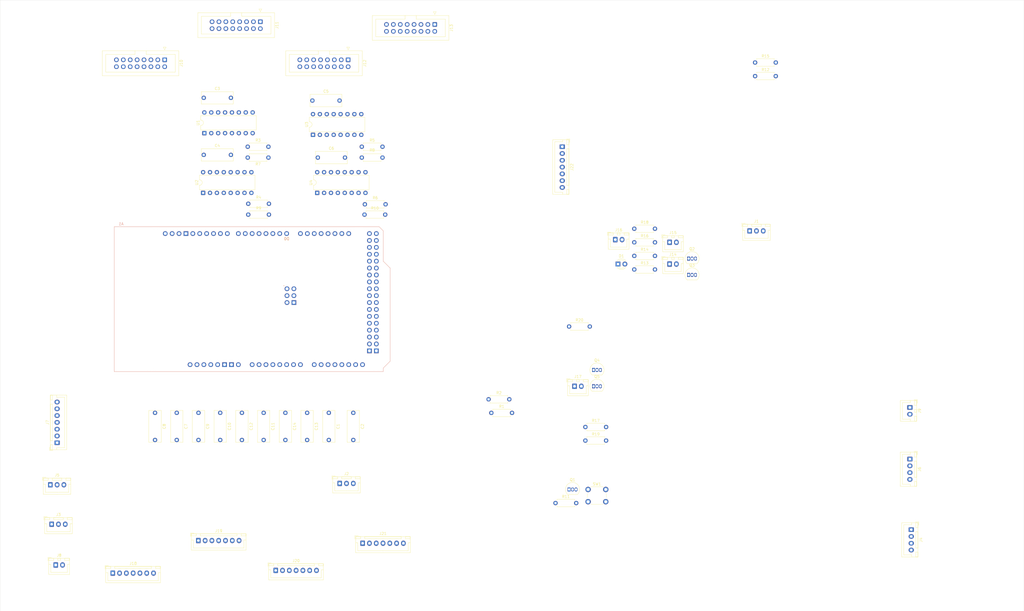
<source format=kicad_pcb>
(kicad_pcb (version 20241229) (generator "pcbnew") (generator_version "9.0")
  (title_block (title "Hammond B3 Clone Mother Board") (date "2024-12-10") (rev "1.0") (company "Picherir"))
  (layers (0 "F.Cu" signal) (2 "B.Cu" signal) (13 "F.Paste" user) (15 "B.Paste" user) (5 "F.SilkS" user "F.Silkscreen") (7 "B.SilkS" user "B.Silkscreen") (1 "F.Mask" user) (3 "B.Mask" user) (25 "Edge.Cuts" user))
  (net 0 "")
  (net 3 "/T2")
  (net 4 "/OVERDRIVE_SWITCH")
  (net 5 "/C3")
  (net 6 "GND")
  (net 7 "/PERC_VOLUME_SWITCH")
  (net 8 "/T0")
  (net 10 "/V2")
  (net 11 "/VIBRATO_LOWER_SWITCH")
  (net 12 "/DB_MUX_B")
  (net 13 "/VIBRATO_UPPER_LED")
  (net 14 "/VIBRATO_LOWER_LED")
  (net 16 "/keyboards_control_sub/KB_MUX_B")
  (net 17 "Net-(A1-RESET)")
  (net 18 "/T6")
  (net 19 "/V1")
  (net 20 "/VIBRATO_UPPER_SWITCH")
  (net 21 "/keyboards_control_sub/MKA")
  (net 22 "/V3")
  (net 23 "/keyboards_control_sub/MKB")
  (net 24 "/keyboards_control_sub/KB_MUX_A")
  (net 25 "/T3")
  (net 26 "/OVERDRIVE_LED")
  (net 27 "/keyboards_control_sub/BRA")
  (net 28 "/keyboards_control_sub/BRB")
  (net 30 "/C2")
  (net 31 "/PERC_DELAY_LED")
  (net 32 "/C1")
  (net 33 "/keyboards_control_sub/KB_MUX_C")
  (net 34 "/T4")
  (net 35 "/DB_MUX_C")
  (net 36 "+3.3V")
  (net 37 "/PERC_VOLUME_LED")
  (net 38 "/drawbars_connectors_sub/DB_B1_ANLG")
  (net 39 "/T5")
  (net 41 "/EXPR_PEDAL_ANLG")
  (net 43 "/PERC_ON_OFF_LED")
  (net 45 "/LESLIE_ANLG")
  (net 46 "/PERC_ON_OFF_SWITCH")
  (net 47 "/PERC_HARMONIC_SWITCH")
  (net 48 "/PERC_DELAY_SWITCH")
  (net 49 "/DB_MUX_A")
  (net 50 "/T7")
  (net 51 "/PERC_HARMONIC_LED")
  (net 53 "/T1")
  (net 56 "Net-(D1-A)")
  (net 57 "Net-(D1-K)")
  (net 58 "/keyboards_control_sub/BRA1")
  (net 59 "/keyboards_control_sub/BRA2")
  (net 60 "/keyboards_control_sub/MKA2")
  (net 61 "/keyboards_control_sub/MKA3")
  (net 62 "/keyboards_control_sub/BRA3")
  (net 63 "/keyboards_control_sub/BRA0")
  (net 64 "/keyboards_control_sub/MKA0")
  (net 65 "/keyboards_control_sub/MKA1")
  (net 66 "/keyboards_control_sub/BRA7")
  (net 67 "/keyboards_control_sub/MKA5")
  (net 68 "/keyboards_control_sub/BRA4")
  (net 69 "/keyboards_control_sub/BRA5")
  (net 70 "/keyboards_control_sub/BRA6")
  (net 71 "/keyboards_control_sub/MKA7")
  (net 72 "/keyboards_control_sub/MKA4")
  (net 73 "/keyboards_control_sub/MKA6")
  (net 74 "/keyboards_control_sub/BRB1")
  (net 75 "/keyboards_control_sub/BRB3")
  (net 76 "/keyboards_control_sub/MKB1")
  (net 77 "/keyboards_control_sub/MKB2")
  (net 78 "/keyboards_control_sub/BRB2")
  (net 79 "/keyboards_control_sub/MKB3")
  (net 80 "/keyboards_control_sub/MKB0")
  (net 81 "/keyboards_control_sub/BRB0")
  (net 82 "/keyboards_control_sub/MKB5")
  (net 83 "/keyboards_control_sub/MKB6")
  (net 84 "/keyboards_control_sub/MKB4")
  (net 85 "/keyboards_control_sub/BRB7")
  (net 86 "/keyboards_control_sub/BRB6")
  (net 87 "/keyboards_control_sub/MKB7")
  (net 88 "/keyboards_control_sub/BRB4")
  (net 89 "/keyboards_control_sub/BRB5")
  (net 90 "/registration_leds_sub/CTRL_LED")
  (net 92 "/EXT_2")
  (net 93 "/drawbars_connectors_sub/DB_A2_ANLG")
  (net 94 "/drawbars_connectors_sub/DB_A3_ANLG")
  (net 96 "/EXT_1")
  (net 97 "/drawbars_connectors_sub/DB_A1_ANLG")
  (net 98 "Net-(Q1-B)")
  (net 99 "Net-(Q2-B)")
  (net 100 "Net-(Q3-B)")
  (net 101 "Net-(Q4-B)")
  (net 102 "Net-(Q5-B)")
  (net 103 "Net-(U1-X)")
  (net 104 "Net-(U2-X)")
  (net 105 "Net-(U3-X)")
  (net 106 "Net-(U4-X)")
  (net 107 "/drawbars_connectors_sub/DB_B3_ANLG")
  (net 108 "/registration_leds_sub/UP_A_LED")
  (net 110 "/registration_leds_sub/LO_A_LED")
  (net 114 "/registration_leds_sub/UP_B_LED")
  (net 116 "/registration_leds_sub/LO_B_LED")
  (net 119 "/EXT_4")
  (net 121 "/drawbars_connectors_sub/DB_A4_ANLG")
  (net 122 "/EXT_3")
  (net 124 "/5V")
  (net 125 "/drawbars_connectors_sub/DB_B4_ANLG")
  (net 126 "/EXT_0")
  (net 128 "/drawbars_connectors_sub/DB_B2_ANLG")
  (net 129 "Net-(J14-Pin_1)")
  (net 130 "Net-(J14-Pin_2)")
  (net 131 "Net-(J15-Pin_1)")
  (net 132 "Net-(J15-Pin_2)")
  (net 133 "Net-(J16-Pin_1)")
  (net 134 "Net-(J16-Pin_2)")
  (net 135 "Net-(J17-Pin_2)")
  (net 136 "Net-(J17-Pin_1)")
  (footprint "Resistor_THT:R_Axial_DIN0207_L6.3mm_D2.5mm_P7.62mm_Horizontal" (layer "F.Cu") (at 151.19 73)
    (property "Reference" "R5" (at 3.81 -2.37 0) (layer "F.SilkS"))
    (property "Value" "2.2K")
    (pad "1" thru_hole circle (at 0 0) (size 1.6 1.6) (drill 0.8) (layers "*.Cu" "*.Mask") (net 105 "Net-(U3-X)"))
    (pad "2" thru_hole circle (at 7.62 0) (size 1.6 1.6) (drill 0.8) (layers "*.Cu" "*.Mask") (net 6 "GND"))
  )
  (footprint "Resistor_THT:R_Axial_DIN0207_L6.3mm_D2.5mm_P7.62mm_Horizontal" (layer "F.Cu") (at 227.516 139.2)
    (property "Reference" "R20" (at 3.81 -2.37 0) (layer "F.SilkS"))
    (property "Value" "120")
    (pad "1" thru_hole circle (at 0 0) (size 1.6 1.6) (drill 0.8) (layers "*.Cu" "*.Mask") (net 36 "+3.3V"))
    (pad "2" thru_hole circle (at 7.62 0) (size 1.6 1.6) (drill 0.8) (layers "*.Cu" "*.Mask") (net 136 "Net-(J17-Pin_1)"))
  )
  (footprint "Resistor_THT:R_Axial_DIN0207_L6.3mm_D2.5mm_P7.62mm_Horizontal" (layer "F.Cu") (at 251.516 113.2)
    (property "Reference" "R14" (at 3.81 -2.37 0) (layer "F.SilkS"))
    (property "Value" "120")
    (pad "1" thru_hole circle (at 0 0) (size 1.6 1.6) (drill 0.8) (layers "*.Cu" "*.Mask") (net 36 "+3.3V"))
    (pad "2" thru_hole circle (at 7.62 0) (size 1.6 1.6) (drill 0.8) (layers "*.Cu" "*.Mask") (net 56 "Net-(D1-A)"))
  )
  (footprint "Connector_JST:JST_XH_B2B-XH-A_1x02_P2.50mm_Vertical" (layer "F.Cu") (at 244.516 107.2)
    (property "Reference" "J16" (at 1.25 -3.55 0) (layer "F.SilkS"))
    (property "Value" "Lower A LED")
    (pad "1" thru_hole roundrect (at 0 0) (size 1.7 2) (drill 1) (layers "*.Cu" "*.Mask") (roundrect_rratio 0.147059) (net 133 "Net-(J16-Pin_1)"))
    (pad "2" thru_hole oval (at 2.5 0) (size 1.7 2) (drill 1) (layers "*.Cu" "*.Mask") (net 134 "Net-(J16-Pin_2)"))
  )
  (footprint "LED_THT:LED_D3.0mm" (layer "F.Cu") (at 245.516 116.2)
    (property "Reference" "D1" (at 1.27 -2.96 0) (layer "F.SilkS"))
    (property "Value" "Keyboards")
    (pad "1" thru_hole rect (at 0 0) (size 1.8 1.8) (drill 0.9) (layers "*.Cu" "*.Mask") (net 57 "Net-(D1-K)"))
    (pad "2" thru_hole circle (at 2.54 0) (size 1.8 1.8) (drill 0.9) (layers "*.Cu" "*.Mask") (net 56 "Net-(D1-A)"))
  )
  (footprint "Resistor_THT:R_Axial_DIN0207_L6.3mm_D2.5mm_P7.62mm_Horizontal" (layer "F.Cu") (at 109.38 98)
    (property "Reference" "R9" (at 3.81 -2.37 0) (layer "F.SilkS"))
    (property "Value" "100")
    (pad "1" thru_hole circle (at 0 0) (size 1.6 1.6) (drill 0.8) (layers "*.Cu" "*.Mask") (net 21 "/keyboards_control_sub/MKA"))
    (pad "2" thru_hole circle (at 7.62 0) (size 1.6 1.6) (drill 0.8) (layers "*.Cu" "*.Mask") (net 104 "Net-(U2-X)"))
  )
  (footprint "Connector_JST:JST_XH_B7B-XH-A_1x07_P2.50mm_Vertical" (layer "F.Cu") (at 151.5 219)
    (property "Reference" "J21" (at 7.5 -3.55 0) (layer "F.SilkS"))
    (property "Value" "to Drawbars_4 PCB")
    (pad "1" thru_hole roundrect (at 0 0) (size 1.7 1.95) (drill 0.95) (layers "*.Cu" "*.Mask") (roundrect_rratio 0.147059) (net 6 "GND"))
    (pad "2" thru_hole oval (at 2.5 0) (size 1.7 1.95) (drill 0.95) (layers "*.Cu" "*.Mask") (net 35 "/DB_MUX_C"))
    (pad "3" thru_hole oval (at 5 0) (size 1.7 1.95) (drill 0.95) (layers "*.Cu" "*.Mask") (net 12 "/DB_MUX_B"))
    (pad "4" thru_hole oval (at 7.5 0) (size 1.7 1.95) (drill 0.95) (layers "*.Cu" "*.Mask") (net 49 "/DB_MUX_A"))
    (pad "5" thru_hole oval (at 10 0) (size 1.7 1.95) (drill 0.95) (layers "*.Cu" "*.Mask") (net 125 "/drawbars_connectors_sub/DB_B4_ANLG"))
    (pad "6" thru_hole oval (at 12.5 0) (size 1.7 1.95) (drill 0.95) (layers "*.Cu" "*.Mask") (net 121 "/drawbars_connectors_sub/DB_A4_ANLG"))
    (pad "7" thru_hole oval (at 15 0) (size 1.7 1.95) (drill 0.95) (layers "*.Cu" "*.Mask") (net 36 "+3.3V"))
  )
  (footprint "Capacitor_THT:C_Rect_L11.5mm_W4.3mm_P10.00mm_MKT" (layer "F.Cu") (at 93 76)
    (property "Reference" "C4" (at 5 -3.4 0) (layer "F.SilkS"))
    (property "Value" "100n")
    (pad "1" thru_hole circle (at 0 0) (size 1.6 1.6) (drill 0.8) (layers "*.Cu" "*.Mask") (net 36 "+3.3V"))
    (pad "2" thru_hole circle (at 10 0) (size 1.6 1.6) (drill 0.8) (layers "*.Cu" "*.Mask") (net 6 "GND"))
  )
  (footprint "Resistor_THT:R_Axial_DIN0207_L6.3mm_D2.5mm_P7.62mm_Horizontal" (layer "F.Cu") (at 251.516 118.2)
    (property "Reference" "R13" (at 3.81 -2.37 0) (layer "F.SilkS"))
    (property "Value" "120")
    (pad "1" thru_hole circle (at 0 0) (size 1.6 1.6) (drill 0.8) (layers "*.Cu" "*.Mask") (net 36 "+3.3V"))
    (pad "2" thru_hole circle (at 7.62 0) (size 1.6 1.6) (drill 0.8) (layers "*.Cu" "*.Mask") (net 129 "Net-(J14-Pin_1)"))
  )
  (footprint "Connector_JST:JST_XH_B7B-XH-A_1x07_P2.50mm_Vertical" (layer "F.Cu") (at 225 73 -90)
    (property "Reference" "J22" (at 7.5 -3.55 90) (layer "F.SilkS"))
    (property "Value" "to optional extension PCB")
    (pad "1" thru_hole roundrect (at 0 0 270) (size 1.7 1.95) (drill 0.95) (layers "*.Cu" "*.Mask") (roundrect_rratio 0.147059) (net 6 "GND"))
    (pad "2" thru_hole oval (at 2.5 0 270) (size 1.7 1.95) (drill 0.95) (layers "*.Cu" "*.Mask") (net 119 "/EXT_4"))
    (pad "3" thru_hole oval (at 5 0 270) (size 1.7 1.95) (drill 0.95) (layers "*.Cu" "*.Mask") (net 122 "/EXT_3"))
    (pad "4" thru_hole oval (at 7.5 0 270) (size 1.7 1.95) (drill 0.95) (layers "*.Cu" "*.Mask") (net 92 "/EXT_2"))
    (pad "5" thru_hole oval (at 10 0 270) (size 1.7 1.95) (drill 0.95) (layers "*.Cu" "*.Mask") (net 96 "/EXT_1"))
    (pad "6" thru_hole oval (at 12.5 0 270) (size 1.7 1.95) (drill 0.95) (layers "*.Cu" "*.Mask") (net 126 "/EXT_0"))
    (pad "7" thru_hole oval (at 15 0 270) (size 1.7 1.95) (drill 0.95) (layers "*.Cu" "*.Mask") (net 124 "/5V"))
  )
  (footprint "Package_TO_SOT_THT:TO-92_Inline" (layer "F.Cu") (at 236.516 155.2)
    (property "Reference" "Q4" (at 1.27 -3.56 0) (layer "F.SilkS"))
    (property "Value" "BC547")
    (pad "1" thru_hole rect (at 0 0) (size 1.05 1.5) (drill 0.75) (layers "*.Cu" "*.Mask") (net 134 "Net-(J16-Pin_2)"))
    (pad "2" thru_hole oval (at 1.27 0) (size 1.05 1.5) (drill 0.75) (layers "*.Cu" "*.Mask") (net 101 "Net-(Q4-B)"))
    (pad "3" thru_hole oval (at 2.54 0) (size 1.05 1.5) (drill 0.75) (layers "*.Cu" "*.Mask") (net 6 "GND"))
  )
  (footprint "Resistor_THT:R_Axial_DIN0207_L6.3mm_D2.5mm_P7.62mm_Horizontal" (layer "F.Cu") (at 222.516 204.2)
    (property "Reference" "R11" (at 3.81 -2.37 0) (layer "F.SilkS"))
    (property "Value" "2.2K")
    (pad "1" thru_hole circle (at 0 0) (size 1.6 1.6) (drill 0.8) (layers "*.Cu" "*.Mask") (net 90 "/registration_leds_sub/CTRL_LED"))
    (pad "2" thru_hole circle (at 7.62 0) (size 1.6 1.6) (drill 0.8) (layers "*.Cu" "*.Mask") (net 98 "Net-(Q1-B)"))
  )
  (footprint "Connector_JST:JST_XH_B2B-XH-A_1x02_P2.50mm_Vertical" (layer "F.Cu") (at 229.516 161.2)
    (property "Reference" "J17" (at 1.25 -3.55 0) (layer "F.SilkS"))
    (property "Value" "Lower B LED")
    (pad "1" thru_hole roundrect (at 0 0) (size 1.7 2) (drill 1) (layers "*.Cu" "*.Mask") (roundrect_rratio 0.147059) (net 136 "Net-(J17-Pin_1)"))
    (pad "2" thru_hole oval (at 2.5 0) (size 1.7 2) (drill 1) (layers "*.Cu" "*.Mask") (net 135 "Net-(J17-Pin_2)"))
  )
  (footprint "Capacitor_THT:C_Rect_L11.5mm_W4.3mm_P10.00mm_MKT" (layer "F.Cu") (at 115.056 170.98 -90)
    (property "Reference" "C11" (at 5 -3.4 90) (layer "F.SilkS"))
    (property "Value" "100n")
    (pad "1" thru_hole circle (at 0 0 270) (size 1.6 1.6) (drill 0.8) (layers "*.Cu" "*.Mask") (net 107 "/drawbars_connectors_sub/DB_B3_ANLG"))
    (pad "2" thru_hole circle (at 10 0 270) (size 1.6 1.6) (drill 0.8) (layers "*.Cu" "*.Mask") (net 6 "GND"))
  )
  (footprint "Connector_JST:JST_XH_B3B-XH-A_1x03_P2.50mm_Vertical" (layer "F.Cu") (at 143.056 196.98)
    (property "Reference" "J2" (at 2.5 -3.55 0) (layer "F.SilkS"))
    (property "Value" "to Leslie connect.")
    (pad "1" thru_hole roundrect (at 0 0) (size 1.7 1.95) (drill 0.95) (layers "*.Cu" "*.Mask") (roundrect_rratio 0.147059) (net 6 "GND"))
    (pad "2" thru_hole oval (at 2.5 0) (size 1.7 1.95) (drill 0.95) (layers "*.Cu" "*.Mask") (net 45 "/LESLIE_ANLG"))
    (pad "3" thru_hole oval (at 5 0) (size 1.7 1.95) (drill 0.95) (layers "*.Cu" "*.Mask") (net 36 "+3.3V"))
  )
  (footprint "Capacitor_THT:C_Rect_L11.5mm_W4.3mm_P10.00mm_MKT" (layer "F.Cu") (at 93 55)
    (property "Reference" "C3" (at 5 -3.4 0) (layer "F.SilkS"))
    (property "Value" "100n")
    (pad "1" thru_hole circle (at 0 0) (size 1.6 1.6) (drill 0.8) (layers "*.Cu" "*.Mask") (net 36 "+3.3V"))
    (pad "2" thru_hole circle (at 10 0) (size 1.6 1.6) (drill 0.8) (layers "*.Cu" "*.Mask") (net 6 "GND"))
  )
  (footprint "Capacitor_THT:C_Rect_L11.5mm_W4.3mm_P10.00mm_MKT" (layer "F.Cu") (at 107.056 170.98 -90)
    (property "Reference" "C12" (at 5 -3.4 90) (layer "F.SilkS"))
    (property "Value" "100n")
    (pad "1" thru_hole circle (at 0 0 270) (size 1.6 1.6) (drill 0.8) (layers "*.Cu" "*.Mask") (net 94 "/drawbars_connectors_sub/DB_A3_ANLG"))
    (pad "2" thru_hole circle (at 10 0 270) (size 1.6 1.6) (drill 0.8) (layers "*.Cu" "*.Mask") (net 6 "GND"))
  )
  (footprint "Connector_JST:JST_XH_B3B-XH-A_1x03_P2.50mm_Vertical" (layer "F.Cu") (at 37 212)
    (property "Reference" "J3" (at 2.5 -3.55 0) (layer "F.SilkS"))
    (property "Value" "to Ovrdrv/Vib. PCB LEDs")
    (pad "1" thru_hole roundrect (at 0 0) (size 1.7 1.95) (drill 0.95) (layers "*.Cu" "*.Mask") (roundrect_rratio 0.147059) (net 26 "/OVERDRIVE_LED"))
    (pad "2" thru_hole oval (at 2.5 0) (size 1.7 1.95) (drill 0.95) (layers "*.Cu" "*.Mask") (net 13 "/VIBRATO_UPPER_LED"))
    (pad "3" thru_hole oval (at 5 0) (size 1.7 1.95) (drill 0.95) (layers "*.Cu" "*.Mask") (net 14 "/VIBRATO_LOWER_LED"))
  )
  (footprint "Connector_JST:JST_XH_B7B-XH-A_1x07_P2.50mm_Vertical" (layer "F.Cu") (at 59.5 230)
    (property "Reference" "J18" (at 7.5 -3.55 0) (layer "F.SilkS"))
    (property "Value" "to Drawbars_1 PCB")
    (pad "1" thru_hole roundrect (at 0 0) (size 1.7 1.95) (drill 0.95) (layers "*.Cu" "*.Mask") (roundrect_rratio 0.147059) (net 6 "GND"))
    (pad "2" thru_hole oval (at 2.5 0) (size 1.7 1.95) (drill 0.95) (layers "*.Cu" "*.Mask") (net 35 "/DB_MUX_C"))
    (pad "3" thru_hole oval (at 5 0) (size 1.7 1.95) (drill 0.95) (layers "*.Cu" "*.Mask") (net 12 "/DB_MUX_B"))
    (pad "4" thru_hole oval (at 7.5 0) (size 1.7 1.95) (drill 0.95) (layers "*.Cu" "*.Mask") (net 49 "/DB_MUX_A"))
    (pad "5" thru_hole oval (at 10 0) (size 1.7 1.95) (drill 0.95) (layers "*.Cu" "*.Mask") (net 38 "/drawbars_connectors_sub/DB_B1_ANLG"))
    (pad "6" thru_hole oval (at 12.5 0) (size 1.7 1.95) (drill 0.95) (layers "*.Cu" "*.Mask") (net 97 "/drawbars_connectors_sub/DB_A1_ANLG"))
    (pad "7" thru_hole oval (at 15 0) (size 1.7 1.95) (drill 0.95) (layers "*.Cu" "*.Mask") (net 36 "+3.3V"))
  )
  (footprint "Resistor_THT:R_Axial_DIN0207_L6.3mm_D2.5mm_P7.62mm_Horizontal" (layer "F.Cu") (at 198.88 171)
    (property "Reference" "R1" (at 3.81 -2.37 0) (layer "F.SilkS"))
    (property "Value" "68K")
    (pad "1" thru_hole circle (at 0 0) (size 1.6 1.6) (drill 0.8) (layers "*.Cu" "*.Mask") (net 36 "+3.3V"))
    (pad "2" thru_hole circle (at 7.62 0) (size 1.6 1.6) (drill 0.8) (layers "*.Cu" "*.Mask") (net 45 "/LESLIE_ANLG"))
  )
  (footprint "Resistor_THT:R_Axial_DIN0207_L6.3mm_D2.5mm_P7.62mm_Horizontal" (layer "F.Cu") (at 296 42)
    (property "Reference" "R15" (at 3.81 -2.37 0) (layer "F.SilkS"))
    (property "Value" "2.2K")
    (pad "1" thru_hole circle (at 0 0) (size 1.6 1.6) (drill 0.8) (layers "*.Cu" "*.Mask") (net 114 "/registration_leds_sub/UP_B_LED"))
    (pad "2" thru_hole circle (at 7.62 0) (size 1.6 1.6) (drill 0.8) (layers "*.Cu" "*.Mask") (net 100 "Net-(Q3-B)"))
  )
  (footprint "Connector_JST:JST_XH_B2B-XH-A_1x02_P2.50mm_Vertical" (layer "F.Cu") (at 264.516 108.2)
    (property "Reference" "J15" (at 1.25 -3.55 0) (layer "F.SilkS"))
    (property "Value" "Upper B LED")
    (pad "1" thru_hole roundrect (at 0 0) (size 1.7 2) (drill 1) (layers "*.Cu" "*.Mask") (roundrect_rratio 0.147059) (net 131 "Net-(J15-Pin_1)"))
    (pad "2" thru_hole oval (at 2.5 0) (size 1.7 2) (drill 1) (layers "*.Cu" "*.Mask") (net 132 "Net-(J15-Pin_2)"))
  )
  (footprint "Resistor_THT:R_Axial_DIN0207_L6.3mm_D2.5mm_P7.62mm_Horizontal" (layer "F.Cu") (at 109.38 94)
    (property "Reference" "R4" (at 3.81 -2.37 0) (layer "F.SilkS"))
    (property "Value" "2.2K")
    (pad "1" thru_hole circle (at 0 0) (size 1.6 1.6) (drill 0.8) (layers "*.Cu" "*.Mask") (net 104 "Net-(U2-X)"))
    (pad "2" thru_hole circle (at 7.62 0) (size 1.6 1.6) (drill 0.8) (layers "*.Cu" "*.Mask") (net 6 "GND"))
  )
  (footprint "Resistor_THT:R_Axial_DIN0207_L6.3mm_D2.5mm_P7.62mm_Horizontal" (layer "F.Cu") (at 251.516 108.2)
    (property "Reference" "R16" (at 3.81 -2.37 0) (layer "F.SilkS"))
    (property "Value" "120")
    (pad "1" thru_hole circle (at 0 0) (size 1.6 1.6) (drill 0.8) (layers "*.Cu" "*.Mask") (net 36 "+3.3V"))
    (pad "2" thru_hole circle (at 7.62 0) (size 1.6 1.6) (drill 0.8) (layers "*.Cu" "*.Mask") (net 131 "Net-(J15-Pin_1)"))
  )
  (footprint "Capacitor_THT:C_Rect_L11.5mm_W4.3mm_P10.00mm_MKT" (layer "F.Cu") (at 135 77)
    (property "Reference" "C6" (at 5 -3.4 0) (layer "F.SilkS"))
    (property "Value" "100n")
    (pad "1" thru_hole circle (at 0 0) (size 1.6 1.6) (drill 0.8) (layers "*.Cu" "*.Mask") (net 36 "+3.3V"))
    (pad "2" thru_hole circle (at 10 0) (size 1.6 1.6) (drill 0.8) (layers "*.Cu" "*.Mask") (net 6 "GND"))
  )
  (footprint "Package_DIP:DIP-16_W7.62mm" (layer "F.Cu") (at 133.22 68.62 90)
    (property "Reference" "U3" (at 3.81 -2.33 90) (layer "F.SilkS"))
    (property "Value" "CD4051B")
    (pad "1" thru_hole roundrect (at 0 0 90) (size 1.6 1.6) (drill 0.8) (layers "*.Cu" "*.Mask") (roundrect_rratio 0.15625) (net 88 "/keyboards_control_sub/BRB4"))
    (pad "2" thru_hole circle (at 0 2.54 90) (size 1.6 1.6) (drill 0.8) (layers "*.Cu" "*.Mask") (net 86 "/keyboards_control_sub/BRB6"))
    (pad "3" thru_hole circle (at 0 5.08 90) (size 1.6 1.6) (drill 0.8) (layers "*.Cu" "*.Mask") (net 105 "Net-(U3-X)"))
    (pad "4" thru_hole circle (at 0 7.62 90) (size 1.6 1.6) (drill 0.8) (layers "*.Cu" "*.Mask") (net 85 "/keyboards_control_sub/BRB7"))
    (pad "5" thru_hole circle (at 0 10.16 90) (size 1.6 1.6) (drill 0.8) (layers "*.Cu" "*.Mask") (net 89 "/keyboards_control_sub/BRB5"))
    (pad "6" thru_hole circle (at 0 12.7 90) (size 1.6 1.6) (drill 0.8) (layers "*.Cu" "*.Mask") (net 6 "GND"))
    (pad "7" thru_hole circle (at 0 15.24 90) (size 1.6 1.6) (drill 0.8) (layers "*.Cu" "*.Mask") (net 6 "GND"))
    (pad "8" thru_hole circle (at 0 17.78 90) (size 1.6 1.6) (drill 0.8) (layers "*.Cu" "*.Mask") (net 6 "GND"))
    (pad "9" thru_hole circle (at 7.62 17.78 90) (size 1.6 1.6) (drill 0.8) (layers "*.Cu" "*.Mask") (net 33 "/keyboards_control_sub/KB_MUX_C"))
    (pad "10" thru_hole circle (at 7.62 15.24 90) (size 1.6 1.6) (drill 0.8) (layers "*.Cu" "*.Mask") (net 16 "/keyboards_control_sub/KB_MUX_B"))
    (pad "11" thru_hole circle (at 7.62 12.7 90) (size 1.6 1.6) (drill 0.8) (layers "*.Cu" "*.Mask") (net 24 "/keyboards_control_sub/KB_MUX_A"))
    (pad "12" thru_hole circle (at 7.62 10.16 90) (size 1.6 1.6) (drill 0.8) (layers "*.Cu" "*.Mask") (net 75 "/keyboards_control_sub/BRB3"))
    (pad "13" thru_hole circle (at 7.62 7.62 90) (size 1.6 1.6) (drill 0.8) (layers "*.Cu" "*.Mask") (net 81 "/keyboards_control_sub/BRB0"))
    (pad "14" thru_hole circle (at 7.62 5.08 90) (size 1.6 1.6) (drill 0.8) (layers "*.Cu" "*.Mask") (net 74 "/keyboards_control_sub/BRB1"))
    (pad "15" thru_hole circle (at 7.62 2.54 90) (size 1.6 1.6) (drill 0.8) (layers "*.Cu" "*.Mask") (net 78 "/keyboards_control_sub/BRB2"))
    (pad "16" thru_hole circle (at 7.62 0 90) (size 1.6 1.6) (drill 0.8) (layers "*.Cu" "*.Mask") (net 36 "+3.3V"))
  )
  (footprint "Package_TO_SOT_THT:TO-92_Inline" (layer "F.Cu") (at 236.516 161.2)
    (property "Reference" "Q5" (at 1.27 -3.56 0) (layer "F.SilkS"))
    (property "Value" "BC547")
    (pad "1" thru_hole rect (at 0 0) (size 1.05 1.5) (drill 0.75) (layers "*.Cu" "*.Mask") (net 135 "Net-(J17-Pin_2)"))
    (pad "2" thru_hole oval (at 1.27 0) (size 1.05 1.5) (drill 0.75) (layers "*.Cu" "*.Mask") (net 102 "Net-(Q5-B)"))
    (pad "3" thru_hole oval (at 2.54 0) (size 1.05 1.5) (drill 0.75) (layers "*.Cu" "*.Mask") (net 6 "GND"))
  )
  (footprint "Connector_IDC:IDC-Header_2x08_P2.54mm_Vertical" (layer "F.Cu") (at 78.62 41 -90)
    (property "Reference" "J10" (at 1.27 -6.1 90) (layer "F.SilkS"))
    (property "Value" "Upper Keyboard Left")
    (pad "1" thru_hole roundrect (at 0 0 270) (size 1.7 1.7) (drill 1) (layers "*.Cu" "*.Mask") (roundrect_rratio 0.147059) (net 64 "/keyboards_control_sub/MKA0"))
    (pad "2" thru_hole circle (at 2.54 0 270) (size 1.7 1.7) (drill 1) (layers "*.Cu" "*.Mask") (net 8 "/T0"))
    (pad "3" thru_hole circle (at 0 2.54 270) (size 1.7 1.7) (drill 1) (layers "*.Cu" "*.Mask") (net 63 "/keyboards_control_sub/BRA0"))
    (pad "4" thru_hole circle (at 2.54 2.54 270) (size 1.7 1.7) (drill 1) (layers "*.Cu" "*.Mask") (net 53 "/T1"))
    (pad "5" thru_hole circle (at 0 5.08 270) (size 1.7 1.7) (drill 1) (layers "*.Cu" "*.Mask") (net 65 "/keyboards_control_sub/MKA1"))
    (pad "6" thru_hole circle (at 2.54 5.08 270) (size 1.7 1.7) (drill 1) (layers "*.Cu" "*.Mask") (net 3 "/T2"))
    (pad "7" thru_hole circle (at 0 7.62 270) (size 1.7 1.7) (drill 1) (layers "*.Cu" "*.Mask") (net 58 "/keyboards_control_sub/BRA1"))
    (pad "8" thru_hole circle (at 2.54 7.62 270) (size 1.7 1.7) (drill 1) (layers "*.Cu" "*.Mask") (net 25 "/T3"))
    (pad "9" thru_hole circle (at 0 10.16 270) (size 1.7 1.7) (drill 1) (layers "*.Cu" "*.Mask") (net 60 "/keyboards_control_sub/MKA2"))
    (pad "10" thru_hole circle (at 2.54 10.16 270) (size 1.7 1.7) (drill 1) (layers "*.Cu" "*.Mask") (net 34 "/T4"))
    (pad "11" thru_hole circle (at 0 12.7 270) (size 1.7 1.7) (drill 1) (layers "*.Cu" "*.Mask") (net 59 "/keyboards_control_sub/BRA2"))
    (pad "12" thru_hole circle (at 2.54 12.7 270) (size 1.7 1.7) (drill 1) (layers "*.Cu" "*.Mask") (net 39 "/T5"))
    (pad "13" thru_hole circle (at 0 15.24 270) (size 1.7 1.7) (drill 1) (layers "*.Cu" "*.Mask") (net 61 "/keyboards_control_sub/MKA3"))
    (pad "14" thru_hole circle (at 2.54 15.24 270) (size 1.7 1.7) (drill 1) (layers "*.Cu" "*.Mask") (net 18 "/T6"))
    (pad "15" thru_hole circle (at 0 17.78 270) (size 1.7 1.7) (drill 1) (layers "*.Cu" "*.Mask") (net 62 "/keyboards_control_sub/BRA3"))
    (pad "16" thru_hole circle (at 2.54 17.78 270) (size 1.7 1.7) (drill 1) (layers "*.Cu" "*.Mask") (net 50 "/T7"))
  )
  (footprint "Capacitor_THT:C_Rect_L11.5mm_W4.3mm_P10.00mm_MKT" (layer "F.Cu") (at 91.056 170.98 -90)
    (property "Reference" "C9" (at 5 -3.4 90) (layer "F.SilkS"))
    (property "Value" "100n")
    (pad "1" thru_hole circle (at 0 0 270) (size 1.6 1.6) (drill 0.8) (layers "*.Cu" "*.Mask") (net 128 "/drawbars_connectors_sub/DB_B2_ANLG"))
    (pad "2" thru_hole circle (at 10 0 270) (size 1.6 1.6) (drill 0.8) (layers "*.Cu" "*.Mask") (net 6 "GND"))
  )
  (footprint "Connector_JST:JST_XH_B2B-XH-A_1x02_P2.50mm_Vertical" (layer "F.Cu") (at 353 169 -90)
    (property "Reference" "J9" (at 1.25 -3.55 90) (layer "F.SilkS"))
    (property "Value" "to Percussion PCB Pwr")
    (pad "1" thru_hole roundrect (at 0 0 270) (size 1.7 2) (drill 1) (layers "*.Cu" "*.Mask") (roundrect_rratio 0.147059) (net 6 "GND"))
    (pad "2" thru_hole oval (at 2.5 0 270) (size 1.7 2) (drill 1) (layers "*.Cu" "*.Mask") (net 36 "+3.3V"))
  )
  (footprint "Package_TO_SOT_THT:TO-92_Inline" (layer "F.Cu") (at 271.516 120.2)
    (property "Reference" "Q3" (at 1.27 -3.56 0) (layer "F.SilkS"))
    (property "Value" "BC547")
    (pad "1" thru_hole rect (at 0 0) (size 1.05 1.5) (drill 0.75) (layers "*.Cu" "*.Mask") (net 132 "Net-(J15-Pin_2)"))
    (pad "2" thru_hole oval (at 1.27 0) (size 1.05 1.5) (drill 0.75) (layers "*.Cu" "*.Mask") (net 100 "Net-(Q3-B)"))
    (pad "3" thru_hole oval (at 2.54 0) (size 1.05 1.5) (drill 0.75) (layers "*.Cu" "*.Mask") (net 6 "GND"))
  )
  (footprint "Connector_JST:JST_XH_B3B-XH-A_1x03_P2.50mm_Vertical" (layer "F.Cu") (at 36.5 197.475)
    (property "Reference" "J5" (at 2.5 -3.55 0) (layer "F.SilkS"))
    (property "Value" "to Ovrdrv/Vib. PCB Switches")
    (pad "1" thru_hole roundrect (at 0 0) (size 1.7 1.95) (drill 0.95) (layers "*.Cu" "*.Mask") (roundrect_rratio 0.147059) (net 4 "/OVERDRIVE_SWITCH"))
    (pad "2" thru_hole oval (at 2.5 0) (size 1.7 1.95) (drill 0.95) (layers "*.Cu" "*.Mask") (net 20 "/VIBRATO_UPPER_SWITCH"))
    (pad "3" thru_hole oval (at 5 0) (size 1.7 1.95) (drill 0.95) (layers "*.Cu" "*.Mask") (net 11 "/VIBRATO_LOWER_SWITCH"))
  )
  (footprint "Connector_JST:JST_XH_B7B-XH-A_1x07_P2.50mm_Vertical" (layer "F.Cu") (at 119.5 229)
    (property "Reference" "J20" (at 7.5 -3.55 0) (layer "F.SilkS"))
    (property "Value" "to Drawbars_3 PCB")
    (pad "1" thru_hole roundrect (at 0 0) (size 1.7 1.95) (drill 0.95) (layers "*.Cu" "*.Mask") (roundrect_rratio 0.147059) (net 6 "GND"))
    (pad "2" thru_hole oval (at 2.5 0) (size 1.7 1.95) (drill 0.95) (layers "*.Cu" "*.Mask") (net 35 "/DB_MUX_C"))
    (pad "3" thru_hole oval (at 5 0) (size 1.7 1.95) (drill 0.95) (layers "*.Cu" "*.Mask") (net 12 "/DB_MUX_B"))
    (pad "4" thru_hole oval (at 7.5 0) (size 1.7 1.95) (drill 0.95) (layers "*.Cu" "*.Mask") (net 49 "/DB_MUX_A"))
    (pad "5" thru_hole oval (at 10 0) (size 1.7 1.95) (drill 0.95) (layers "*.Cu" "*.Mask") (net 107 "/drawbars_connectors_sub/DB_B3_ANLG"))
    (pad "6" thru_hole oval (at 12.5 0) (size 1.7 1.95) (drill 0.95) (layers "*.Cu" "*.Mask") (net 94 "/drawbars_connectors_sub/DB_A3_ANLG"))
    (pad "7" thru_hole oval (at 15 0) (size 1.7 1.95) (drill 0.95) (layers "*.Cu" "*.Mask") (net 36 "+3.3V"))
  )
  (footprint "Connector_JST:JST_XH_B7B-XH-A_1x07_P2.50mm_Vertical" (layer "F.Cu") (at 39 182 90)
    (property "Reference" "J7" (at 7.5 -3.55 90) (layer "F.SilkS"))
    (property "Value" "to Vib./Chr. Rotary Knob PCB")
    (pad "1" thru_hole roundrect (at 0 0 90) (size 1.7 1.95) (drill 0.95) (layers "*.Cu" "*.Mask") (roundrect_rratio 0.147059) (net 6 "GND"))
    (pad "2" thru_hole oval (at 2.5 0 90) (size 1.7 1.95) (drill 0.95) (layers "*.Cu" "*.Mask") (net 19 "/V1"))
    (pad "3" thru_hole oval (at 5 0 90) (size 1.7 1.95) (drill 0.95) (layers "*.Cu" "*.Mask") (net 32 "/C1"))
    (pad "4" thru_hole oval (at 7.5 0 90) (size 1.7 1.95) (drill 0.95) (layers "*.Cu" "*.Mask") (net 10 "/V2"))
    (pad "5" thru_hole oval (at 10 0 90) (size 1.7 1.95) (drill 0.95) (layers "*.Cu" "*.Mask") (net 30 "/C2"))
    (pad "6" thru_hole oval (at 12.5 0 90) (size 1.7 1.95) (drill 0.95) (layers "*.Cu" "*.Mask") (net 22 "/V3"))
    (pad "7" thru_hole oval (at 15 0 90) (size 1.7 1.95) (drill 0.95) (layers "*.Cu" "*.Mask") (net 5 "/C3"))
  )
  (footprint "Connector_JST:JST_XH_B2B-XH-A_1x02_P2.50mm_Vertical" (layer "F.Cu") (at 38.5 227)
    (property "Reference" "J8" (at 1.25 -3.55 0) (layer "F.SilkS"))
    (property "Value" "to Ovrdrv/Vib. PCB Pwr")
    (pad "1" thru_hole roundrect (at 0 0) (size 1.7 2) (drill 1) (layers "*.Cu" "*.Mask") (roundrect_rratio 0.147059) (net 6 "GND"))
    (pad "2" thru_hole oval (at 2.5 0) (size 1.7 2) (drill 1) (layers "*.Cu" "*.Mask") (net 36 "+3.3V"))
  )
  (footprint "Resistor_THT:R_Axial_DIN0207_L6.3mm_D2.5mm_P7.62mm_Horizontal" (layer "F.Cu") (at 109.19 73)
    (property "Reference" "R3" (at 3.81 -2.37 0) (layer "F.SilkS"))
    (property "Value" "2.2K")
    (pad "1" thru_hole circle (at 0 0) (size 1.6 1.6) (drill 0.8) (layers "*.Cu" "*.Mask") (net 103 "Net-(U1-X)"))
    (pad "2" thru_hole circle (at 7.62 0) (size 1.6 1.6) (drill 0.8) (layers "*.Cu" "*.Mask") (net 6 "GND"))
  )
  (footprint "Capacitor_THT:C_Rect_L11.5mm_W4.3mm_P10.00mm_MKT" (layer "F.Cu") (at 133 56)
    (property "Reference" "C5" (at 5 -3.4 0) (layer "F.SilkS"))
    (property "Value" "100n")
    (pad "1" thru_hole circle (at 0 0) (size 1.6 1.6) (drill 0.8) (layers "*.Cu" "*.Mask") (net 36 "+3.3V"))
    (pad "2" thru_hole circle (at 10 0) (size 1.6 1.6) (drill 0.8) (layers "*.Cu" "*.Mask") (net 6 "GND"))
  )
  (footprint "Package_DIP:DIP-16_W7.62mm" (layer "F.Cu") (at 92.76 90 90)
    (property "Reference" "U2" (at 3.81 -2.33 90) (layer "F.SilkS"))
    (property "Value" "CD4051B")
    (pad "1" thru_hole roundrect (at 0 0 90) (size 1.6 1.6) (drill 0.8) (layers "*.Cu" "*.Mask") (roundrect_rratio 0.15625) (net 72 "/keyboards_control_sub/MKA4"))
    (pad "2" thru_hole circle (at 0 2.54 90) (size 1.6 1.6) (drill 0.8) (layers "*.Cu" "*.Mask") (net 73 "/keyboards_control_sub/MKA6"))
    (pad "3" thru_hole circle (at 0 5.08 90) (size 1.6 1.6) (drill 0.8) (layers "*.Cu" "*.Mask") (net 104 "Net-(U2-X)"))
    (pad "4" thru_hole circle (at 0 7.62 90) (size 1.6 1.6) (drill 0.8) (layers "*.Cu" "*.Mask") (net 71 "/keyboards_control_sub/MKA7"))
    (pad "5" thru_hole circle (at 0 10.16 90) (size 1.6 1.6) (drill 0.8) (layers "*.Cu" "*.Mask") (net 67 "/keyboards_control_sub/MKA5"))
    (pad "6" thru_hole circle (at 0 12.7 90) (size 1.6 1.6) (drill 0.8) (layers "*.Cu" "*.Mask") (net 6 "GND"))
    (pad "7" thru_hole circle (at 0 15.24 90) (size 1.6 1.6) (drill 0.8) (layers "*.Cu" "*.Mask") (net 6 "GND"))
    (pad "8" thru_hole circle (at 0 17.78 90) (size 1.6 1.6) (drill 0.8) (layers "*.Cu" "*.Mask") (net 6 "GND"))
    (pad "9" thru_hole circle (at 7.62 17.78 90) (size 1.6 1.6) (drill 0.8) (layers "*.Cu" "*.Mask") (net 33 "/keyboards_control_sub/KB_MUX_C"))
    (pad "10" thru_hole circle (at 7.62 15.24 90) (size 1.6 1.6) (drill 0.8) (layers "*.Cu" "*.Mask") (net 16 "/keyboards_control_sub/KB_MUX_B"))
    (pad "11" thru_hole circle (at 7.62 12.7 90) (size 1.6 1.6) (drill 0.8) (layers "*.Cu" "*.Mask") (net 24 "/keyboards_control_sub/KB_MUX_A"))
    (pad "12" thru_hole circle (at 7.62 10.16 90) (size 1.6 1.6) (drill 0.8) (layers "*.Cu" "*.Mask") (net 61 "/keyboards_control_sub/MKA3"))
    (pad "13" thru_hole circle (at 7.62 7.62 90) (size 1.6 1.6) (drill 0.8) (layers "*.Cu" "*.Mask") (net 64 "/keyboards_control_sub/MKA0"))
    (pad "14" thru_hole circle (at 7.62 5.08 90) (size 1.6 1.6) (drill 0.8) (layers "*.Cu" "*.Mask") (net 65 "/keyboards_control_sub/MKA1"))
    (pad "15" thru_hole circle (at 7.62 2.54 90) (size 1.6 1.6) (drill 0.8) (layers "*.Cu" "*.Mask") (net 60 "/keyboards_control_sub/MKA2"))
    (pad "16" thru_hole circle (at 7.62 0 90) (size 1.6 1.6) (drill 0.8) (layers "*.Cu" "*.Mask") (net 36 "+3.3V"))
  )
  (footprint "Connector_JST:JST_XH_B4B-XH-A_1x04_P2.50mm_Vertical" (layer "F.Cu") (at 353 188 -90)
    (property "Reference" "J6" (at 3.75 -3.55 90) (layer "F.SilkS"))
    (property "Value" "to Percussion PCB Switches")
    (pad "1" thru_hole roundrect (at 0 0 270) (size 1.7 1.95) (drill 0.95) (layers "*.Cu" "*.Mask") (roundrect_rratio 0.147059) (net 46 "/PERC_ON_OFF_SWITCH"))
    (pad "2" thru_hole oval (at 2.5 0 270) (size 1.7 1.95) (drill 0.95) (layers "*.Cu" "*.Mask") (net 7 "/PERC_VOLUME_SWITCH"))
    (pad "3" thru_hole oval (at 5 0 270) (size 1.7 1.95) (drill 0.95) (layers "*.Cu" "*.Mask") (net 48 "/PERC_DELAY_SWITCH"))
    (pad "4" thru_hole oval (at 7.5 0 270) (size 1.7 1.95) (drill 0.95) (layers "*.Cu" "*.Mask") (net 47 "/PERC_HARMONIC_SWITCH"))
  )
  (footprint "Package_TO_SOT_THT:TO-92_Inline" (layer "F.Cu") (at 271.516 114.2)
    (property "Reference" "Q2" (at 1.27 -3.56 0) (layer "F.SilkS"))
    (property "Value" "BC547")
    (pad "1" thru_hole rect (at 0 0) (size 1.05 1.5) (drill 0.75) (layers "*.Cu" "*.Mask") (net 130 "Net-(J14-Pin_2)"))
    (pad "2" thru_hole oval (at 1.27 0) (size 1.05 1.5) (drill 0.75) (layers "*.Cu" "*.Mask") (net 99 "Net-(Q2-B)"))
    (pad "3" thru_hole oval (at 2.54 0) (size 1.05 1.5) (drill 0.75) (layers "*.Cu" "*.Mask") (net 6 "GND"))
  )
  (footprint "Connector_IDC:IDC-Header_2x08_P2.54mm_Vertical" (layer "F.Cu") (at 178.056 27.98 -90)
    (property "Reference" "J13" (at 1.27 -6.1 90) (layer "F.SilkS"))
    (property "Value" "Lower Keyboard Right")
    (pad "1" thru_hole roundrect (at 0 0 270) (size 1.7 1.7) (drill 1) (layers "*.Cu" "*.Mask") (roundrect_rratio 0.147059) (net 84 "/keyboards_control_sub/MKB4"))
    (pad "2" thru_hole circle (at 2.54 0 270) (size 1.7 1.7) (drill 1) (layers "*.Cu" "*.Mask") (net 8 "/T0"))
    (pad "3" thru_hole circle (at 0 2.54 270) (size 1.7 1.7) (drill 1) (layers "*.Cu" "*.Mask") (net 88 "/keyboards_control_sub/BRB4"))
    (pad "4" thru_hole circle (at 2.54 2.54 270) (size 1.7 1.7) (drill 1) (layers "*.Cu" "*.Mask") (net 53 "/T1"))
    (pad "5" thru_hole circle (at 0 5.08 270) (size 1.7 1.7) (drill 1) (layers "*.Cu" "*.Mask") (net 82 "/keyboards_control_sub/MKB5"))
    (pad "6" thru_hole circle (at 2.54 5.08 270) (size 1.7 1.7) (drill 1) (layers "*.Cu" "*.Mask") (net 3 "/T2"))
    (pad "7" thru_hole circle (at 0 7.62 270) (size 1.7 1.7) (drill 1) (layers "*.Cu" "*.Mask") (net 89 "/keyboards_control_sub/BRB5"))
    (pad "8" thru_hole circle (at 2.54 7.62 270) (size 1.7 1.7) (drill 1) (layers "*.Cu" "*.Mask") (net 25 "/T3"))
    (pad "9" thru_hole circle (at 0 10.16 270) (size 1.7 1.7) (drill 1) (layers "*.Cu" "*.Mask") (net 83 "/keyboards_control_sub/MKB6"))
    (pad "10" thru_hole circle (at 2.54 10.16 270) (size 1.7 1.7) (drill 1) (layers "*.Cu" "*.Mask") (net 34 "/T4"))
    (pad "11" thru_hole circle (at 0 12.7 270) (size 1.7 1.7) (drill 1) (layers "*.Cu" "*.Mask") (net 86 "/keyboards_control_sub/BRB6"))
    (pad "12" thru_hole circle (at 2.54 12.7 270) (size 1.7 1.7) (drill 1) (layers "*.Cu" "*.Mask") (net 39 "/T5"))
    (pad "13" thru_hole circle (at 0 15.24 270) (size 1.7 1.7) (drill 1) (layers "*.Cu" "*.Mask") (net 87 "/keyboards_control_sub/MKB7"))
    (pad "14" thru_hole circle (at 2.54 15.24 270) (size 1.7 1.7) (drill 1) (layers "*.Cu" "*.Mask") (net 18 "/T6"))
    (pad "15" thru_hole circle (at 0 17.78 270) (size 1.7 1.7) (drill 1) (layers "*.Cu" "*.Mask") (net 85 "/keyboards_control_sub/BRB7"))
    (pad "16" thru_hole circle (at 2.54 17.78 270) (size 1.7 1.7) (drill 1) (layers "*.Cu" "*.Mask") (net 50 "/T7"))
  )
  (footprint "Capacitor_THT:C_Rect_L11.5mm_W4.3mm_P10.00mm_MKT" (layer "F.Cu") (at 131.056 170.98 -90)
    (property "Reference" "C13" (at 5 -3.4 90) (layer "F.SilkS"))
    (property "Value" "100n")
    (pad "1" thru_hole circle (at 0 0 270) (size 1.6 1.6) (drill 0.8) (layers "*.Cu" "*.Mask") (net 125 "/drawbars_connectors_sub/DB_B4_ANLG"))
    (pad "2" thru_hole circle (at 10 0 270) (size 1.6 1.6) (drill 0.8) (layers "*.Cu" "*.Mask") (net 6 "GND"))
  )
  (footprint "Capacitor_THT:C_Rect_L11.5mm_W4.3mm_P10.00mm_MKT" (layer "F.Cu") (at 148.056 170.98 -90)
    (property "Reference" "C2" (at 5 -3.4 90) (layer "F.SilkS"))
    (property "Value" "100n")
    (pad "1" thru_hole circle (at 0 0 270) (size 1.6 1.6) (drill 0.8) (layers "*.Cu" "*.Mask") (net 45 "/LESLIE_ANLG"))
    (pad "2" thru_hole circle (at 10 0 270) (size 1.6 1.6) (drill 0.8) (layers "*.Cu" "*.Mask") (net 6 "GND"))
  )
  (footprint "Package_DIP:DIP-16_W7.62mm" (layer "F.Cu") (at 93.22 68 90)
    (property "Reference" "U1" (at 3.81 -2.33 90) (layer "F.SilkS"))
    (property "Value" "CD4051B")
    (pad "1" thru_hole roundrect (at 0 0 90) (size 1.6 1.6) (drill 0.8) (layers "*.Cu" "*.Mask") (roundrect_rratio 0.15625) (net 68 "/keyboards_control_sub/BRA4"))
    (pad "2" thru_hole circle (at 0 2.54 90) (size 1.6 1.6) (drill 0.8) (layers "*.Cu" "*.Mask") (net 70 "/keyboards_control_sub/BRA6"))
    (pad "3" thru_hole circle (at 0 5.08 90) (size 1.6 1.6) (drill 0.8) (layers "*.Cu" "*.Mask") (net 103 "Net-(U1-X)"))
    (pad "4" thru_hole circle (at 0 7.62 90) (size 1.6 1.6) (drill 0.8) (layers "*.Cu" "*.Mask") (net 66 "/keyboards_control_sub/BRA7"))
    (pad "5" thru_hole circle (at 0 10.16 90) (size 1.6 1.6) (drill 0.8) (layers "*.Cu" "*.Mask") (net 69 "/keyboards_control_sub/BRA5"))
    (pad "6" thru_hole circle (at 0 12.7 90) (size 1.6 1.6) (drill 0.8) (layers "*.Cu" "*.Mask") (net 6 "GND"))
    (pad "7" thru_hole circle (at 0 15.24 90) (size 1.6 1.6) (drill 0.8) (layers "*.Cu" "*.Mask") (net 6 "GND"))
    (pad "8" thru_hole circle (at 0 17.78 90) (size 1.6 1.6) (drill 0.8) (layers "*.Cu" "*.Mask") (net 6 "GND"))
    (pad "9" thru_hole circle (at 7.62 17.78 90) (size 1.6 1.6) (drill 0.8) (layers "*.Cu" "*.Mask") (net 33 "/keyboards_control_sub/KB_MUX_C"))
    (pad "10" thru_hole circle (at 7.62 15.24 90) (size 1.6 1.6) (drill 0.8) (layers "*.Cu" "*.Mask") (net 16 "/keyboards_control_sub/KB_MUX_B"))
    (pad "11" thru_hole circle (at 7.62 12.7 90) (size 1.6 1.6) (drill 0.8) (layers "*.Cu" "*.Mask") (net 24 "/keyboards_control_sub/KB_MUX_A"))
    (pad "12" thru_hole circle (at 7.62 10.16 90) (size 1.6 1.6) (drill 0.8) (layers "*.Cu" "*.Mask") (net 62 "/keyboards_control_sub/BRA3"))
    (pad "13" thru_hole circle (at 7.62 7.62 90) (size 1.6 1.6) (drill 0.8) (layers "*.Cu" "*.Mask") (net 63 "/keyboards_control_sub/BRA0"))
    (pad "14" thru_hole circle (at 7.62 5.08 90) (size 1.6 1.6) (drill 0.8) (layers "*.Cu" "*.Mask") (net 58 "/keyboards_control_sub/BRA1"))
    (pad "15" thru_hole circle (at 7.62 2.54 90) (size 1.6 1.6) (drill 0.8) (layers "*.Cu" "*.Mask") (net 59 "/keyboards_control_sub/BRA2"))
    (pad "16" thru_hole circle (at 7.62 0 90) (size 1.6 1.6) (drill 0.8) (layers "*.Cu" "*.Mask") (net 36 "+3.3V"))
  )
  (footprint "Resistor_THT:R_Axial_DIN0207_L6.3mm_D2.5mm_P7.62mm_Horizontal" (layer "F.Cu") (at 151.19 77)
    (property "Reference" "R8" (at 3.81 -2.74 0) (layer "F.SilkS"))
    (property "Value" "100")
    (pad "1" thru_hole circle (at 0 0) (size 1.6 1.6) (drill 0.8) (layers "*.Cu" "*.Mask") (net 28 "/keyboards_control_sub/BRB"))
    (pad "2" thru_hole circle (at 7.62 0) (size 1.6 1.6) (drill 0.8) (layers "*.Cu" "*.Mask") (net 105 "Net-(U3-X)"))
  )
  (footprint "Resistor_THT:R_Axial_DIN0207_L6.3mm_D2.5mm_P7.62mm_Horizontal" (layer "F.Cu") (at 197.88 166)
    (property "Reference" "R2" (at 3.81 -2.37 0) (layer "F.SilkS"))
    (property "Value" "68K")
    (pad "1" thru_hole circle (at 0 0) (size 1.6 1.6) (drill 0.8) (layers "*.Cu" "*.Mask") (net 45 "/LESLIE_ANLG"))
    (pad "2" thru_hole circle (at 7.62 0) (size 1.6 1.6) (drill 0.8) (layers "*.Cu" "*.Mask") (net 6 "GND"))
  )
  (footprint "Connector_JST:JST_XH_B2B-XH-A_1x02_P2.50mm_Vertical" (layer "F.Cu") (at 264.516 116.2)
    (property "Reference" "J14" (at 1.25 -3.55 0) (layer "F.SilkS"))
    (property "Value" "Upper A LED")
    (pad "1" thru_hole roundrect (at 0 0) (size 1.7 2) (drill 1) (layers "*.Cu" "*.Mask") (roundrect_rratio 0.147059) (net 129 "Net-(J14-Pin_1)"))
    (pad "2" thru_hole oval (at 2.5 0) (size 1.7 2) (drill 1) (layers "*.Cu" "*.Mask") (net 130 "Net-(J14-Pin_2)"))
  )
  (footprint "PCM_arduino-library:Arduino_Due_Shield" (layer "F.Cu") (at 60.02 155.78)
    (property "Reference" "A1" (at 2.54 -54.356 0) (layer "B.SilkS") (effects (justify mirror)))
    (property "Value" "Arduino_Due_Shield")
    (fp_text user "D0" (at 63.5 -48.895 0) (layer "F.SilkS"))
    (fp_text user "." (at 62.484 -32.004 0) (layer "F.SilkS"))
    (fp_text user "." (at 62.484 -32.004 0) (layer "B.SilkS"))
    (fp_text user "D0" (at 63.5 -48.895 0) (layer "B.SilkS") (effects (justify mirror)))
    (pad "" np_thru_hole circle (at 13.97 -2.54) (size 3.2 3.2) (drill 3.2) (layers "*.Cu" "*.Mask"))
    (pad "" np_thru_hole circle (at 15.24 -50.8) (size 3.2 3.2) (drill 3.2) (layers "*.Cu" "*.Mask"))
    (pad "" thru_hole oval (at 27.94 -2.54) (size 1.7272 1.7272) (drill 1.016) (layers "*.Cu" "*.Mask"))
    (pad "" np_thru_hole circle (at 66.04 -35.56) (size 3.2 3.2) (drill 3.2) (layers "*.Cu" "*.Mask"))
    (pad "" np_thru_hole circle (at 66.04 -7.62) (size 3.2 3.2) (drill 3.2) (layers "*.Cu" "*.Mask"))
    (pad "" np_thru_hole circle (at 90.17 -50.8) (size 3.2 3.2) (drill 3.2) (layers "*.Cu" "*.Mask"))
    (pad "" np_thru_hole circle (at 96.52 -2.54) (size 3.2 3.2) (drill 3.2) (layers "*.Cu" "*.Mask"))
    (pad "3V3" thru_hole oval (at 35.56 -2.54) (size 1.7272 1.7272) (drill 1.016) (layers "*.Cu" "*.Mask") (net 36 "+3.3V"))
    (pad "5V1" thru_hole oval (at 38.1 -2.54) (size 1.7272 1.7272) (drill 1.016) (layers "*.Cu" "*.Mask") (net 124 "/5V"))
    (pad "5V2" thru_hole oval (at 66.167 -30.48) (size 1.7272 1.7272) (drill 1.016) (layers "*.Cu" "*.Mask"))
    (pad "5V3" thru_hole oval (at 93.98 -50.8) (size 1.7272 1.7272) (drill 1.016) (layers "*.Cu" "*.Mask"))
    (pad "5V4" thru_hole oval (at 96.52 -50.8) (size 1.7272 1.7272) (drill 1.016) (layers "*.Cu" "*.Mask"))
    (pad "A0" thru_hole oval (at 50.8 -2.54) (size 1.7272 1.7272) (drill 1.016) (layers "*.Cu" "*.Mask") (net 97 "/drawbars_connectors_sub/DB_A1_ANLG"))
    (pad "A1" thru_hole oval (at 53.34 -2.54) (size 1.7272 1.7272) (drill 1.016) (layers "*.Cu" "*.Mask") (net 38 "/drawbars_connectors_sub/DB_B1_ANLG"))
    (pad "A2" thru_hole oval (at 55.88 -2.54) (size 1.7272 1.7272) (drill 1.016) (layers "*.Cu" "*.Mask") (net 93 "/drawbars_connectors_sub/DB_A2_ANLG"))
    (pad "A3" thru_hole oval (at 58.42 -2.54) (size 1.7272 1.7272) (drill 1.016) (layers "*.Cu" "*.Mask") (net 128 "/drawbars_connectors_sub/DB_B2_ANLG"))
    (pad "A4" thru_hole oval (at 60.96 -2.54) (size 1.7272 1.7272) (drill 1.016) (layers "*.Cu" "*.Mask") (net 94 "/drawbars_connectors_sub/DB_A3_ANLG"))
    (pad "A5" thru_hole oval (at 63.5 -2.54) (size 1.7272 1.7272) (drill 1.016) (layers "*.Cu" "*.Mask") (net 107 "/drawbars_connectors_sub/DB_B3_ANLG"))
    (pad "A6" thru_hole oval (at 66.04 -2.54) (size 1.7272 1.7272) (drill 1.016) (layers "*.Cu" "*.Mask") (net 121 "/drawbars_connectors_sub/DB_A4_ANLG"))
    (pad "A7" thru_hole oval (at 68.58 -2.54) (size 1.7272 1.7272) (drill 1.016) (layers "*.Cu" "*.Mask") (net 125 "/drawbars_connectors_sub/DB_B4_ANLG"))
    (pad "A8" thru_hole oval (at 73.66 -2.54) (size 1.7272 1.7272) (drill 1.016) (layers "*.Cu" "*.Mask") (net 41 "/EXPR_PEDAL_ANLG"))
    (pad "A9" thru_hole oval (at 76.2 -2.54) (size 1.7272 1.7272) (drill 1.016) (layers "*.Cu" "*.Mask") (net 45 "/LESLIE_ANLG"))
    (pad "A10" thru_hole oval (at 78.74 -2.54) (size 1.7272 1.7272) (drill 1.016) (layers "*.Cu" "*.Mask"))
    (pad "A11" thru_hole oval (at 81.28 -2.54) (size 1.7272 1.7272) (drill 1.016) (layers "*.Cu" "*.Mask"))
    (pad "AREF" thru_hole oval (at 23.876 -50.8) (size 1.7272 1.7272) (drill 1.016) (layers "*.Cu" "*.Mask") (net 36 "+3.3V"))
    (pad "CANR" thru_hole oval (at 88.9 -2.54) (size 1.7272 1.7272) (drill 1.016) (layers "*.Cu" "*.Mask"))
    (pad "CANT" thru_hole oval (at 91.44 -2.54) (size 1.7272 1.7272) (drill 1.016) (layers "*.Cu" "*.Mask"))
    (pad "D0" thru_hole oval (at 63.5 -50.8) (size 1.7272 1.7272) (drill 1.016) (layers "*.Cu" "*.Mask"))
    (pad "D1" thru_hole oval (at 60.96 -50.8) (size 1.7272 1.7272) (drill 1.016) (layers "*.Cu" "*.Mask"))
    (pad "D2" thru_hole oval (at 58.42 -50.8) (size 1.7272 1.7272) (drill 1.016) (layers "*.Cu" "*.Mask") (net 24 "/keyboards_control_sub/KB_MUX_A"))
    (pad "D3" thru_hole oval (at 55.88 -50.8) (size 1.7272 1.7272) (drill 1.016) (layers "*.Cu" "*.Mask") (net 16 "/keyboards_control_sub/KB_MUX_B"))
    (pad "D4" thru_hole oval (at 53.34 -50.8) (size 1.7272 1.7272) (drill 1.016) (layers "*.Cu" "*.Mask") (net 33 "/keyboards_control_sub/KB_MUX_C"))
    (pad "D5" thru_hole oval (at 50.8 -50.8) (size 1.7272 1.7272) (drill 1.016) (layers "*.Cu" "*.Mask") (net 27 "/keyboards_control_sub/BRA"))
    (pad "D6" thru_hole oval (at 48.26 -50.8) (size 1.7272 1.7272) (drill 1.016) (layers "*.Cu" "*.Mask") (net 28 "/keyboards_control_sub/BRB"))
    (pad "D7" thru_hole oval (at 45.72 -50.8) (size 1.7272 1.7272) (drill 1.016) (layers "*.Cu" "*.Mask") (net 21 "/keyboards_control_sub/MKA"))
    (pad "D8" thru_hole oval (at 41.656 -50.8) (size 1.7272 1.7272) (drill 1.016) (layers "*.Cu" "*.Mask") (net 23 "/keyboards_control_sub/MKB"))
    (pad "D9" thru_hole oval (at 39.116 -50.8) (size 1.7272 1.7272) (drill 1.016) (layers "*.Cu" "*.Mask") (net 8 "/T0"))
    (pad "D10" thru_hole oval (at 36.576 -50.8) (size 1.7272 1.7272) (drill 1.016) (layers "*.Cu" "*.Mask") (net 53 "/T1"))
    (pad "D11" thru_hole oval (at 34.036 -50.8) (size 1.7272 1.7272) (drill 1.016) (layers "*.Cu" "*.Mask") (net 3 "/T2"))
    (pad "D12" thru_hole oval (at 31.496 -50.8) (size 1.7272 1.7272) (drill 1.016) (layers "*.Cu" "*.Mask") (net 25 "/T3"))
    (pad "D13" thru_hole oval (at 28.956 -50.8) (size 1.7272 1.7272) (drill 1.016) (layers "*.Cu" "*.Mask") (net 34 "/T4"))
    (pad "D14" thru_hole oval (at 68.58 -50.8) (size 1.7272 1.7272) (drill 1.016) (layers "*.Cu" "*.Mask"))
    (pad "D15" thru_hole oval (at 71.12 -50.8) (size 1.7272 1.7272) (drill 1.016) (layers "*.Cu" "*.Mask") (net 119 "/EXT_4"))
    (pad "D16" thru_hole oval (at 73.66 -50.8) (size 1.7272 1.7272) (drill 1.016) (layers "*.Cu" "*.Mask") (net 122 "/EXT_3"))
    (pad "D17" thru_hole oval (at 76.2 -50.8) (size 1.7272 1.7272) (drill 1.016) (layers "*.Cu" "*.Mask") (net 92 "/EXT_2"))
    (pad "D18" thru_hole oval (at 78.74 -50.8) (size 1.7272 1.7272) (drill 1.016) (layers "*.Cu" "*.Mask") (net 96 "/EXT_1"))
    (pad "D19" thru_hole oval (at 81.28 -50.8) (size 1.7272 1.7272) (drill 1.016) (layers "*.Cu" "*.Mask") (net 126 "/EXT_0"))
    (pad "D20" thru_hole oval (at 83.82 -50.8) (size 1.7272 1.7272) (drill 1.016) (layers "*.Cu" "*.Mask"))
    (pad "D21" thru_hole oval (at 86.36 -50.8) (size 1.7272 1.7272) (drill 1.016) (layers "*.Cu" "*.Mask"))
    (pad "D22" thru_hole oval (at 93.98 -48.26) (size 1.7272 1.7272) (drill 1.016) (layers "*.Cu" "*.Mask") (net 39 "/T5"))
    (pad "D23" thru_hole oval (at 96.52 -48.26) (size 1.7272 1.7272) (drill 1.016) (layers "*.Cu" "*.Mask") (net 18 "/T6"))
    (pad "D24" thru_hole oval (at 93.98 -45.72) (size 1.7272 1.7272) (drill 1.016) (layers "*.Cu" "*.Mask") (net 50 "/T7"))
    (pad "D25" thru_hole oval (at 96.52 -45.72) (size 1.7272 1.7272) (drill 1.016) (layers "*.Cu" "*.Mask") (net 4 "/OVERDRIVE_SWITCH"))
    (pad "D26" thru_hole oval (at 93.98 -43.18) (size 1.7272 1.7272) (drill 1.016) (layers "*.Cu" "*.Mask") (net 20 "/VIBRATO_UPPER_SWITCH"))
    (pad "D27" thru_hole oval (at 96.52 -43.18) (size 1.7272 1.7272) (drill 1.016) (layers "*.Cu" "*.Mask") (net 11 "/VIBRATO_LOWER_SWITCH"))
    (pad "D28" thru_hole oval (at 93.98 -40.64) (size 1.7272 1.7272) (drill 1.016) (layers "*.Cu" "*.Mask") (net 26 "/OVERDRIVE_LED"))
    (pad "D29" thru_hole oval (at 96.52 -40.64) (size 1.7272 1.7272) (drill 1.016) (layers "*.Cu" "*.Mask") (net 13 "/VIBRATO_UPPER_LED"))
    (pad "D30" thru_hole oval (at 93.98 -38.1) (size 1.7272 1.7272) (drill 1.016) (layers "*.Cu" "*.Mask") (net 14 "/VIBRATO_LOWER_LED"))
    (pad "D31" thru_hole oval (at 96.52 -38.1) (size 1.7272 1.7272) (drill 1.016) (layers "*.Cu" "*.Mask") (net 46 "/PERC_ON_OFF_SWITCH"))
    (pad "D32" thru_hole oval (at 93.98 -35.56) (size 1.7272 1.7272) (drill 1.016) (layers "*.Cu" "*.Mask") (net 7 "/PERC_VOLUME_SWITCH"))
    (pad "D33" thru_hole oval (at 96.52 -35.56) (size 1.7272 1.7272) (drill 1.016) (layers "*.Cu" "*.Mask") (net 48 "/PERC_DELAY_SWITCH"))
    (pad "D34" thru_hole oval (at 93.98 -33.02) (size 1.7272 1.7272) (drill 1.016) (layers "*.Cu" "*.Mask") (net 47 "/PERC_HARMONIC_SWITCH"))
    (pad "D35" thru_hole oval (at 96.52 -33.02) (size 1.7272 1.7272) (drill 1.016) (layers "*.Cu" "*.Mask") (net 43 "/PERC_ON_OFF_LED"))
    (pad "D36" thru_hole oval (at 93.98 -30.48) (size 1.7272 1.7272) (drill 1.016) (layers "*.Cu" "*.Mask") (net 37 "/PERC_VOLUME_LED"))
    (pad "D37" thru_hole oval (at 96.52 -30.48) (size 1.7272 1.7272) (drill 1.016) (layers "*.Cu" "*.Mask") (net 31 "/PERC_DELAY_LED"))
    (pad "D38" thru_hole oval (at 93.98 -27.94) (size 1.7272 1.7272) (drill 1.016) (layers "*.Cu" "*.Mask") (net 51 "/PERC_HARMONIC_LED"))
    (pad "D39" thru_hole oval (at 96.52 -27.94) (size 1.7272 1.7272) (drill 1.016) (layers "*.Cu" "*.Mask") (net 5 "/C3"))
    (pad "D40" thru_hole oval (at 93.98 -25.4) (size 1.7272 1.7272) (drill 1.016) (layers "*.Cu" "*.Mask") (net 22 "/V3"))
    (pad "D41" thru_hole oval (at 96.52 -25.4) (size 1.7272 1.7272) (drill 1.016) (layers "*.Cu" "*.Mask") (net 30 "/C2"))
    (pad "D42" thru_hole oval (at 93.98 -22.86) (size 1.7272 1.7272) (drill 1.016) (layers "*.Cu" "*.Mask") (net 10 "/V2"))
    (pad "D43" thru_hole oval (at 96.52 -22.86) (size 1.7272 1.7272) (drill 1.016) (layers "*.Cu" "*.Mask") (net 32 "/C1"))
    (pad "D44" thru_hole oval (at 93.98 -20.32) (size 1.7272 1.7272) (drill 1.016) (layers "*.Cu" "*.Mask") (net 19 "/V1"))
    (pad "D45" thru_hole oval (at 96.52 -20.32) (size 1.7272 1.7272) (drill 1.016) (layers "*.Cu" "*.Mask") (net 49 "/DB_MUX_A"))
    (pad "D46" thru_hole oval (at 93.98 -17.78) (size 1.7272 1.7272) (drill 1.016) (layers "*.Cu" "*.Mask") (net 12 "/DB_MUX_B"))
    (pad "D47" thru_hole oval (at 96.52 -17.78) (size 1.7272 1.7272) (drill 1.016) (layers "*.Cu" "*.Mask") (net 35 "/DB_MUX_C"))
    (pad "D48" thru_hole oval (at 93.98 -15.24) (size 1.7272 1.7272) (drill 1.016) (layers "*.Cu" "*.Mask") (net 108 "/registration_leds_sub/UP_A_LED"))
    (pad "D49" thru_hole oval (at 96.52 -15.24) (size 1.7272 1.7272) (drill 1.016) (layers "*.Cu" "*.Mask") (net 114 "/registration_leds_sub/UP_B_LED"))
    (pad "D50" thru_hole oval (at 93.98 -12.7) (size 1.7272 1.7272) (drill 1.016) (layers "*.Cu" "*.Mask") (net 110 "/registration_leds_sub/LO_A_LED"))
    (pad "D51" thru_hole oval (at 96.52 -12.7) (size 1.7272 1.7272) (drill 1.016) (layers "*.Cu" "*.Mask") (net 116 "/registration_leds_sub/LO_B_LED"))
    (pad "D52" thru_hole oval (at 93.98 -10.16) (size 1.7272 1.7272) (drill 1.016) (layers "*.Cu" "*.Mask"))
    (pad "D53" thru_hole oval (at 96.52 -10.16) (size 1.7272 1.7272) (drill 1.016) (layers "*.Cu" "*.Mask") (net 90 "/registration_leds_sub/CTRL_LED"))
    (pad "DAC0" thru_hole oval (at 83.82 -2.54) (size 1.7272 1.7272) (drill 1.016) (layers "*.Cu" "*.Mask"))
    (pad "DAC1" thru_hole oval (at 86.36 -2.54) (size 1.7272 1.7272) (drill 1.016) (layers "*.Cu" "*.Mask"))
    (pad "GND1" thru_hole rect (at 26.416 -50.8) (size 1.7272 1.7272) (drill 1.016) (layers "*.Cu" "*.Mask") (net 6 "GND"))
    (pad "GND2" thru_hole rect (at 40.64 -2.54) (size 1.7272 1.7272) (drill 1.016) (layers "*.Cu" "*.Mask") (net 6 "GND"))
    (pad "GND3" thru_hole rect (at 43.18 -2.54) (size 1.7272 1.7272) (drill 1.016) (layers "*.Cu" "*.Mask") (net 6 "GND"))
    (pad "GND4" thru_hole rect (at 66.167 -25.4) (size 1.7272 1.7272) (drill 1.016) (layers "*.Cu" "*.Mask") (net 6 "GND"))
    (pad "GND5" thru_hole rect (at 93.98 -7.62) (size 1.7272 1.7272) (drill 1.016) (layers "*.Cu" "*.Mask") (net 6 "GND"))
    (pad "GND6" thru_hole rect (at 96.52 -7.62) (size 1.7272 1.7272) (drill 1.016) (layers "*.Cu" "*.Mask") (net 6 "GND"))
    (pad "IORF" thru_hole oval (at 30.48 -2.54) (size 1.7272 1.7272) (drill 1.016) (layers "*.Cu" "*.Mask"))
    (pad "MISO" thru_hole oval (at 63.627 -30.48) (size 1.7272 1.7272) (drill 1.016) (layers "*.Cu" "*.Mask"))
    (pad "MOSI" thru_hole oval (at 66.167 -27.94) (size 1.7272 1.7272) (drill 1.016) (layers "*.Cu" "*.Mask"))
    (pad "RST1" thru_hole oval (at 33.02 -2.54) (size 1.7272 1.7272) (drill 1.016) (layers "*.Cu" "*.Mask") (net 17 "Net-(A1-RESET)"))
    (pad "RST2" thru_hole oval (at 63.627 -25.4) (size 1.7272 1.7272) (drill 1.016) (layers "*.Cu" "*.Mask"))
    (pad "SCK" thru_hole oval (at 63.627 -27.94) (size 1.7272 1.7272) (drill 1.016) (layers "*.Cu" "*.Mask"))
    (pad "SCL1" thru_hole oval (at 18.796 -50.8) (size 1.7272 1.7272) (drill 1.016) (layers "*.Cu" "*.Mask"))
    (pad "SDA1" thru_hole oval (at 21.336 -50.8) (size 1.7272 1.7272) (drill 1.016) (layers "*.Cu" "*.Mask"))
    (pad "VIN" thru_hole oval (at 45.72 -2.54) (size 1.7272 1.7272) (drill 1.016) (layers "*.Cu" "*.Mask"))
  )
  (footprint "Connector_JST:JST_XH_B7B-XH-A_1x07_P2.50mm_Vertical" (layer "F.Cu") (at 91 218)
    (property "Reference" "J19" (at 7.5 -3.55 0) (layer "F.SilkS"))
    (property "Value" "to Drawbars_2 PCB")
    (pad "1" thru_hole roundrect (at 0 0) (size 1.7 1.95) (drill 0.95) (layers "*.Cu" "*.Mask") (roundrect_rratio 0.147059) (net 6 "GND"))
    (pad "2" thru_hole oval (at 2.5 0) (size 1.7 1.95) (drill 0.95) (layers "*.Cu" "*.Mask") (net 35 "/DB_MUX_C"))
    (pad "3" thru_hole oval (at 5 0) (size 1.7 1.95) (drill 0.95) (layers "*.Cu" "*.Mask") (net 12 "/DB_MUX_B"))
    (pad "4" thru_hole oval (at 7.5 0) (size 1.7 1.95) (drill 0.95) (layers "*.Cu" "*.Mask") (net 49 "/DB_MUX_A"))
    (pad "5" thru_hole oval (at 10 0) (size 1.7 1.95) (drill 0.95) (layers "*.Cu" "*.Mask") (net 128 "/drawbars_connectors_sub/DB_B2_ANLG"))
    (pad "6" thru_hole oval (at 12.5 0) (size 1.7 1.95) (drill 0.95) (layers "*.Cu" "*.Mask") (net 93 "/drawbars_connectors_sub/DB_A2_ANLG"))
    (pad "7" thru_hole oval (at 15 0) (size 1.7 1.95) (drill 0.95) (layers "*.Cu" "*.Mask") (net 36 "+3.3V"))
  )
  (footprint "Resistor_THT:R_Axial_DIN0207_L6.3mm_D2.5mm_P7.62mm_Horizontal" (layer "F.Cu") (at 233.516 176.2)
    (property "Reference" "R17" (at 3.81 -2.37 0) (layer "F.SilkS"))
    (property "Value" "2.2K")
    (pad "1" thru_hole circle (at 0 0) (size 1.6 1.6) (drill 0.8) (layers "*.Cu" "*.Mask") (net 110 "/registration_leds_sub/LO_A_LED"))
    (pad "2" thru_hole circle (at 7.62 0) (size 1.6 1.6) (drill 0.8) (layers "*.Cu" "*.Mask") (net 101 "Net-(Q4-B)"))
  )
  (footprint "Resistor_THT:R_Axial_DIN0207_L6.3mm_D2.5mm_P7.62mm_Horizontal" (layer "F.Cu") (at 152.326 94.2)
    (property "Reference" "R6" (at 3.81 -2.37 0) (layer "F.SilkS"))
    (property "Value" "2.2K")
    (pad "1" thru_hole circle (at 0 0) (size 1.6 1.6) (drill 0.8) (layers "*.Cu" "*.Mask") (net 106 "Net-(U4-X)"))
    (pad "2" thru_hole circle (at 7.62 0) (size 1.6 1.6) (drill 0.8) (layers "*.Cu" "*.Mask") (net 6 "GND"))
  )
  (footprint "Resistor_THT:R_Axial_DIN0207_L6.3mm_D2.5mm_P7.62mm_Horizontal" (layer "F.Cu") (at 233.516 181.2)
    (property "Reference" "R19" (at 3.81 -2.37 0) (layer "F.SilkS"))
    (property "Value" "2.2K")
    (pad "1" thru_hole circle (at 0 0) (size 1.6 1.6) (drill 0.8) (layers "*.Cu" "*.Mask") (net 116 "/registration_leds_sub/LO_B_LED"))
    (pad "2" thru_hole circle (at 7.62 0) (size 1.6 1.6) (drill 0.8) (layers "*.Cu" "*.Mask") (net 102 "Net-(Q5-B)"))
  )
  (footprint "Capacitor_THT:C_Rect_L11.5mm_W4.3mm_P10.00mm_MKT" (layer "F.Cu") (at 123.056 170.98 -90)
    (property "Reference" "C14" (at 5 -3.4 90) (layer "F.SilkS"))
    (property "Value" "100n")
    (pad "1" thru_hole circle (at 0 0 270) (size 1.6 1.6) (drill 0.8) (layers "*.Cu" "*.Mask") (net 121 "/drawbars_connectors_sub/DB_A4_ANLG"))
    (pad "2" thru_hole circle (at 10 0 270) (size 1.6 1.6) (drill 0.8) (layers "*.Cu" "*.Mask") (net 6 "GND"))
  )
  (footprint "Resistor_THT:R_Axial_DIN0207_L6.3mm_D2.5mm_P7.62mm_Horizontal" (layer "F.Cu") (at 251.516 103.2)
    (property "Reference" "R18" (at 3.81 -2.37 0) (layer "F.SilkS"))
    (property "Value" "120")
    (pad "1" thru_hole circle (at 0 0) (size 1.6 1.6) (drill 0.8) (layers "*.Cu" "*.Mask") (net 36 "+3.3V"))
    (pad "2" thru_hole circle (at 7.62 0) (size 1.6 1.6) (drill 0.8) (layers "*.Cu" "*.Mask") (net 133 "Net-(J16-Pin_1)"))
  )
  (footprint "Capacitor_THT:C_Rect_L11.5mm_W4.3mm_P10.00mm_MKT" (layer "F.Cu") (at 83.056 170.98 -90)
    (property "Reference" "C7" (at 5 -3.4 90) (layer "F.SilkS"))
    (property "Value" "100n")
    (pad "1" thru_hole circle (at 0 0 270) (size 1.6 1.6) (drill 0.8) (layers "*.Cu" "*.Mask") (net 38 "/drawbars_connectors_sub/DB_B1_ANLG"))
    (pad "2" thru_hole circle (at 10 0 270) (size 1.6 1.6) (drill 0.8) (layers "*.Cu" "*.Mask") (net 6 "GND"))
  )
  (footprint "Button_Switch_THT:SW_PUSH_6mm_H4.3mm" (layer "F.Cu") (at 234.516 199.2)
    (property "Reference" "SW1" (at 3.25 -2 0) (layer "F.SilkS"))
    (property "Value" "Reset")
    (pad "1" thru_hole circle (at 0 0 90) (size 2 2) (drill 1.1) (layers "*.Cu" "*.Mask") (net 6 "GND"))
    (pad "1" thru_hole circle (at 6.5 0 90) (size 2 2) (drill 1.1) (layers "*.Cu" "*.Mask") (net 6 "GND"))
    (pad "2" thru_hole circle (at 0 4.5 90) (size 2 2) (drill 1.1) (layers "*.Cu" "*.Mask") (net 17 "Net-(A1-RESET)"))
    (pad "2" thru_hole circle (at 6.5 4.5 90) (size 2 2) (drill 1.1) (layers "*.Cu" "*.Mask") (net 17 "Net-(A1-RESET)"))
  )
  (footprint "Connector_JST:JST_XH_B4B-XH-A_1x04_P2.50mm_Vertical" (layer "F.Cu") (at 353.5 214 -90)
    (property "Reference" "J4" (at 3.75 -3.55 90) (layer "F.SilkS"))
    (property "Value" "to Percussion PCB LEDs")
    (pad "1" thru_hole roundrect (at 0 0 270) (size 1.7 1.95) (drill 0.95) (layers "*.Cu" "*.Mask") (roundrect_rratio 0.147059) (net 43 "/PERC_ON_OFF_LED"))
    (pad "2" thru_hole oval (at 2.5 0 270) (size 1.7 1.95) (drill 0.95) (layers "*.Cu" "*.Mask") (net 37 "/PERC_VOLUME_LED"))
    (pad "3" thru_hole oval (at 5 0 270) (size 1.7 1.95) (drill 0.95) (layers "*.Cu" "*.Mask") (net 31 "/PERC_DELAY_LED"))
    (pad "4" thru_hole oval (at 7.5 0 270) (size 1.7 1.95) (drill 0.95) (layers "*.Cu" "*.Mask") (net 51 "/PERC_HARMONIC_LED"))
  )
  (footprint "Package_TO_SOT_THT:TO-92_Inline" (layer "F.Cu") (at 227.516 199.2)
    (property "Reference" "Q1" (at 1.27 -3.56 0) (layer "F.SilkS"))
    (property "Value" "BC547")
    (pad "1" thru_hole rect (at 0 0) (size 1.05 1.5) (drill 0.75) (layers "*.Cu" "*.Mask") (net 57 "Net-(D1-K)"))
    (pad "2" thru_hole oval (at 1.27 0) (size 1.05 1.5) (drill 0.75) (layers "*.Cu" "*.Mask") (net 98 "Net-(Q1-B)"))
    (pad "3" thru_hole oval (at 2.54 0) (size 1.05 1.5) (drill 0.75) (layers "*.Cu" "*.Mask") (net 6 "GND"))
  )
  (footprint "Package_DIP:DIP-16_W7.62mm" (layer "F.Cu") (at 134.76 90 90)
    (property "Reference" "U4" (at 3.81 -2.33 90) (layer "F.SilkS"))
    (property "Value" "CD4051B")
    (pad "1" thru_hole roundrect (at 0 0 90) (size 1.6 1.6) (drill 0.8) (layers "*.Cu" "*.Mask") (roundrect_rratio 0.15625) (net 84 "/keyboards_control_sub/MKB4"))
    (pad "2" thru_hole circle (at 0 2.54 90) (size 1.6 1.6) (drill 0.8) (layers "*.Cu" "*.Mask") (net 83 "/keyboards_control_sub/MKB6"))
    (pad "3" thru_hole circle (at 0 5.08 90) (size 1.6 1.6) (drill 0.8) (layers "*.Cu" "*.Mask") (net 106 "Net-(U4-X)"))
    (pad "4" thru_hole circle (at 0 7.62 90) (size 1.6 1.6) (drill 0.8) (layers "*.Cu" "*.Mask") (net 87 "/keyboards_control_sub/MKB7"))
    (pad "5" thru_hole circle (at 0 10.16 90) (size 1.6 1.6) (drill 0.8) (layers "*.Cu" "*.Mask") (net 82 "/keyboards_control_sub/MKB5"))
    (pad "6" thru_hole circle (at 0 12.7 90) (size 1.6 1.6) (drill 0.8) (layers "*.Cu" "*.Mask") (net 6 "GND"))
    (pad "7" thru_hole circle (at 0 15.24 90) (size 1.6 1.6) (drill 0.8) (layers "*.Cu" "*.Mask") (net 6 "GND"))
    (pad "8" thru_hole circle (at 0 17.78 90) (size 1.6 1.6) (drill 0.8) (layers "*.Cu" "*.Mask") (net 6 "GND"))
    (pad "9" thru_hole circle (at 7.62 17.78 90) (size 1.6 1.6) (drill 0.8) (layers "*.Cu" "*.Mask") (net 33 "/keyboards_control_sub/KB_MUX_C"))
    (pad "10" thru_hole circle (at 7.62 15.24 90) (size 1.6 1.6) (drill 0.8) (layers "*.Cu" "*.Mask") (net 16 "/keyboards_control_sub/KB_MUX_B"))
    (pad "11" thru_hole circle (at 7.62 12.7 90) (size 1.6 1.6) (drill 0.8) (layers "*.Cu" "*.Mask") (net 24 "/keyboards_control_sub/KB_MUX_A"))
    (pad "12" thru_hole circle (at 7.62 10.16 90) (size 1.6 1.6) (drill 0.8) (layers "*.Cu" "*.Mask") (net 79 "/keyboards_control_sub/MKB3"))
    (pad "13" thru_hole circle (at 7.62 7.62 90) (size 1.6 1.6) (drill 0.8) (layers "*.Cu" "*.Mask") (net 80 "/keyboards_control_sub/MKB0"))
    (pad "14" thru_hole circle (at 7.62 5.08 90) (size 1.6 1.6) (drill 0.8) (layers "*.Cu" "*.Mask") (net 76 "/keyboards_control_sub/MKB1"))
    (pad "15" thru_hole circle (at 7.62 2.54 90) (size 1.6 1.6) (drill 0.8) (layers "*.Cu" "*.Mask") (net 77 "/keyboards_control_sub/MKB2"))
    (pad "16" thru_hole circle (at 7.62 0 90) (size 1.6 1.6) (drill 0.8) (layers "*.Cu" "*.Mask") (net 36 "+3.3V"))
  )
  (footprint "Capacitor_THT:C_Rect_L11.5mm_W4.3mm_P10.00mm_MKT" (layer "F.Cu") (at 75.056 170.98 -90)
    (property "Reference" "C8" (at 5 -3.4 90) (layer "F.SilkS"))
    (property "Value" "100n")
    (pad "1" thru_hole circle (at 0 0 270) (size 1.6 1.6) (drill 0.8) (layers "*.Cu" "*.Mask") (net 97 "/drawbars_connectors_sub/DB_A1_ANLG"))
    (pad "2" thru_hole circle (at 10 0 270) (size 1.6 1.6) (drill 0.8) (layers "*.Cu" "*.Mask") (net 6 "GND"))
  )
  (footprint "Capacitor_THT:C_Rect_L11.5mm_W4.3mm_P10.00mm_MKT" (layer "F.Cu") (at 99.056 170.98 -90)
    (property "Reference" "C10" (at 5 -3.4 90) (layer "F.SilkS"))
    (property "Value" "100n")
    (pad "1" thru_hole circle (at 0 0 270) (size 1.6 1.6) (drill 0.8) (layers "*.Cu" "*.Mask") (net 93 "/drawbars_connectors_sub/DB_A2_ANLG"))
    (pad "2" thru_hole circle (at 10 0 270) (size 1.6 1.6) (drill 0.8) (layers "*.Cu" "*.Mask") (net 6 "GND"))
  )
  (footprint "Resistor_THT:R_Axial_DIN0207_L6.3mm_D2.5mm_P7.62mm_Horizontal" (layer "F.Cu") (at 152.19 98)
    (property "Reference" "R10" (at 3.81 -2.37 0) (layer "F.SilkS"))
    (property "Value" "100")
    (pad "1" thru_hole circle (at 0 0) (size 1.6 1.6) (drill 0.8) (layers "*.Cu" "*.Mask") (net 23 "/keyboards_control_sub/MKB"))
    (pad "2" thru_hole circle (at 7.62 0) (size 1.6 1.6) (drill 0.8) (layers "*.Cu" "*.Mask") (net 106 "Net-(U4-X)"))
  )
  (footprint "Capacitor_THT:C_Rect_L11.5mm_W4.3mm_P10.00mm_MKT" (layer "F.Cu") (at 139.056 170.98 -90)
    (property "Reference" "C1" (at 5 -3.4 90) (layer "F.SilkS"))
    (property "Value" "100n")
    (pad "1" thru_hole circle (at 0 0 270) (size 1.6 1.6) (drill 0.8) (layers "*.Cu" "*.Mask") (net 41 "/EXPR_PEDAL_ANLG"))
    (pad "2" thru_hole circle (at 10 0 270) (size 1.6 1.6) (drill 0.8) (layers "*.Cu" "*.Mask") (net 6 "GND"))
  )
  (footprint "Connector_IDC:IDC-Header_2x08_P2.54mm_Vertical" (layer "F.Cu") (at 113.836 26.98 -90)
    (property "Reference" "J11" (at 1.27 -6.1 90) (layer "F.SilkS"))
    (property "Value" "Upper Keyboard Right")
    (pad "1" thru_hole roundrect (at 0 0 270) (size 1.7 1.7) (drill 1) (layers "*.Cu" "*.Mask") (roundrect_rratio 0.147059) (net 72 "/keyboards_control_sub/MKA4"))
    (pad "2" thru_hole circle (at 2.54 0 270) (size 1.7 1.7) (drill 1) (layers "*.Cu" "*.Mask") (net 8 "/T0"))
    (pad "3" thru_hole circle (at 0 2.54 270) (size 1.7 1.7) (drill 1) (layers "*.Cu" "*.Mask") (net 68 "/keyboards_control_sub/BRA4"))
    (pad "4" thru_hole circle (at 2.54 2.54 270) (size 1.7 1.7) (drill 1) (layers "*.Cu" "*.Mask") (net 53 "/T1"))
    (pad "5" thru_hole circle (at 0 5.08 270) (size 1.7 1.7) (drill 1) (layers "*.Cu" "*.Mask") (net 67 "/keyboards_control_sub/MKA5"))
    (pad "6" thru_hole circle (at 2.54 5.08 270) (size 1.7 1.7) (drill 1) (layers "*.Cu" "*.Mask") (net 3 "/T2"))
    (pad "7" thru_hole circle (at 0 7.62 270) (size 1.7 1.7) (drill 1) (layers "*.Cu" "*.Mask") (net 69 "/keyboards_control_sub/BRA5"))
    (pad "8" thru_hole circle (at 2.54 7.62 270) (size 1.7 1.7) (drill 1) (layers "*.Cu" "*.Mask") (net 25 "/T3"))
    (pad "9" thru_hole circle (at 0 10.16 270) (size 1.7 1.7) (drill 1) (layers "*.Cu" "*.Mask") (net 73 "/keyboards_control_sub/MKA6"))
    (pad "10" thru_hole circle (at 2.54 10.16 270) (size 1.7 1.7) (drill 1) (layers "*.Cu" "*.Mask") (net 34 "/T4"))
    (pad "11" thru_hole circle (at 0 12.7 270) (size 1.7 1.7) (drill 1) (layers "*.Cu" "*.Mask") (net 70 "/keyboards_control_sub/BRA6"))
    (pad "12" thru_hole circle (at 2.54 12.7 270) (size 1.7 1.7) (drill 1) (layers "*.Cu" "*.Mask") (net 39 "/T5"))
    (pad "13" thru_hole circle (at 0 15.24 270) (size 1.7 1.7) (drill 1) (layers "*.Cu" "*.Mask") (net 71 "/keyboards_control_sub/MKA7"))
    (pad "14" thru_hole circle (at 2.54 15.24 270) (size 1.7 1.7) (drill 1) (layers "*.Cu" "*.Mask") (net 18 "/T6"))
    (pad "15" thru_hole circle (at 0 17.78 270) (size 1.7 1.7) (drill 1) (layers "*.Cu" "*.Mask") (net 66 "/keyboards_control_sub/BRA7"))
    (pad "16" thru_hole circle (at 2.54 17.78 270) (size 1.7 1.7) (drill 1) (layers "*.Cu" "*.Mask") (net 50 "/T7"))
  )
  (footprint "Resistor_THT:R_Axial_DIN0207_L6.3mm_D2.5mm_P7.62mm_Horizontal" (layer "F.Cu") (at 116.81 77 180)
    (property "Reference" "R7" (at 3.81 -2.37 0) (layer "F.SilkS"))
    (property "Value" "100")
    (pad "1" thru_hole circle (at 0 0 180) (size 1.6 1.6) (drill 0.8) (layers "*.Cu" "*.Mask") (net 27 "/keyboards_control_sub/BRA"))
    (pad "2" thru_hole circle (at 7.62 0 180) (size 1.6 1.6) (drill 0.8) (layers "*.Cu" "*.Mask") (net 103 "Net-(U1-X)"))
  )
  (footprint "Connector_JST:JST_XH_B3B-XH-A_1x03_P2.50mm_Vertical" (layer "F.Cu") (at 294 104)
    (property "Reference" "J1" (at 2.5 -3.55 0) (layer "F.SilkS"))
    (property "Value" "to Expr. Ped. connect.")
    (pad "1" thru_hole roundrect (at 0 0) (size 1.7 1.95) (drill 0.95) (layers "*.Cu" "*.Mask") (roundrect_rratio 0.147059) (net 6 "GND"))
    (pad "2" thru_hole oval (at 2.5 0) (size 1.7 1.95) (drill 0.95) (layers "*.Cu" "*.Mask") (net 41 "/EXPR_PEDAL_ANLG"))
    (pad "3" thru_hole oval (at 5 0) (size 1.7 1.95) (drill 0.95) (layers "*.Cu" "*.Mask") (net 36 "+3.3V"))
  )
  (footprint "Resistor_THT:R_Axial_DIN0207_L6.3mm_D2.5mm_P7.62mm_Horizontal" (layer "F.Cu") (at 296 47)
    (property "Reference" "R12" (at 3.81 -2.37 0) (layer "F.SilkS"))
    (property "Value" "2.2K")
    (pad "1" thru_hole circle (at 0 0) (size 1.6 1.6) (drill 0.8) (layers "*.Cu" "*.Mask") (net 108 "/registration_leds_sub/UP_A_LED"))
    (pad "2" thru_hole circle (at 7.62 0) (size 1.6 1.6) (drill 0.8) (layers "*.Cu" "*.Mask") (net 99 "Net-(Q2-B)"))
  )
  (footprint "Connector_IDC:IDC-Header_2x08_P2.54mm_Vertical" (layer "F.Cu") (at 146.16 41 -90)
    (property "Reference" "J12" (at 1.27 -6.1 90) (layer "F.SilkS"))
    (property "Value" "Lower Keyboard Left")
    (pad "1" thru_hole roundrect (at 0 0 270) (size 1.7 1.7) (drill 1) (layers "*.Cu" "*.Mask") (roundrect_rratio 0.147059) (net 80 "/keyboards_control_sub/MKB0"))
    (pad "2" thru_hole circle (at 2.54 0 270) (size 1.7 1.7) (drill 1) (layers "*.Cu" "*.Mask") (net 8 "/T0"))
    (pad "3" thru_hole circle (at 0 2.54 270) (size 1.7 1.7) (drill 1) (layers "*.Cu" "*.Mask") (net 81 "/keyboards_control_sub/BRB0"))
    (pad "4" thru_hole circle (at 2.54 2.54 270) (size 1.7 1.7) (drill 1) (layers "*.Cu" "*.Mask") (net 53 "/T1"))
    (pad "5" thru_hole circle (at 0 5.08 270) (size 1.7 1.7) (drill 1) (layers "*.Cu" "*.Mask") (net 76 "/keyboards_control_sub/MKB1"))
    (pad "6" thru_hole circle (at 2.54 5.08 270) (size 1.7 1.7) (drill 1) (layers "*.Cu" "*.Mask") (net 3 "/T2"))
    (pad "7" thru_hole circle (at 0 7.62 270) (size 1.7 1.7) (drill 1) (layers "*.Cu" "*.Mask") (net 74 "/keyboards_control_sub/BRB1"))
    (pad "8" thru_hole circle (at 2.54 7.62 270) (size 1.7 1.7) (drill 1) (layers "*.Cu" "*.Mask") (net 25 "/T3"))
    (pad "9" thru_hole circle (at 0 10.16 270) (size 1.7 1.7) (drill 1) (layers "*.Cu" "*.Mask") (net 77 "/keyboards_control_sub/MKB2"))
    (pad "10" thru_hole circle (at 2.54 10.16 270) (size 1.7 1.7) (drill 1) (layers "*.Cu" "*.Mask") (net 34 "/T4"))
    (pad "11" thru_hole circle (at 0 12.7 270) (size 1.7 1.7) (drill 1) (layers "*.Cu" "*.Mask") (net 78 "/keyboards_control_sub/BRB2"))
    (pad "12" thru_hole circle (at 2.54 12.7 270) (size 1.7 1.7) (drill 1) (layers "*.Cu" "*.Mask") (net 39 "/T5"))
    (pad "13" thru_hole circle (at 0 15.24 270) (size 1.7 1.7) (drill 1) (layers "*.Cu" "*.Mask") (net 79 "/keyboards_control_sub/MKB3"))
    (pad "14" thru_hole circle (at 2.54 15.24 270) (size 1.7 1.7) (drill 1) (layers "*.Cu" "*.Mask") (net 18 "/T6"))
    (pad "15" thru_hole circle (at 0 17.78 270) (size 1.7 1.7) (drill 1) (layers "*.Cu" "*.Mask") (net 75 "/keyboards_control_sub/BRB3"))
    (pad "16" thru_hole circle (at 2.54 17.78 270) (size 1.7 1.7) (drill 1) (layers "*.Cu" "*.Mask") (net 50 "/T7"))
  )
  (gr_rect (start 18 19) (end 395 244) (stroke (width 0.05)) (fill no) (layer "Edge.Cuts"))
)
</source>
